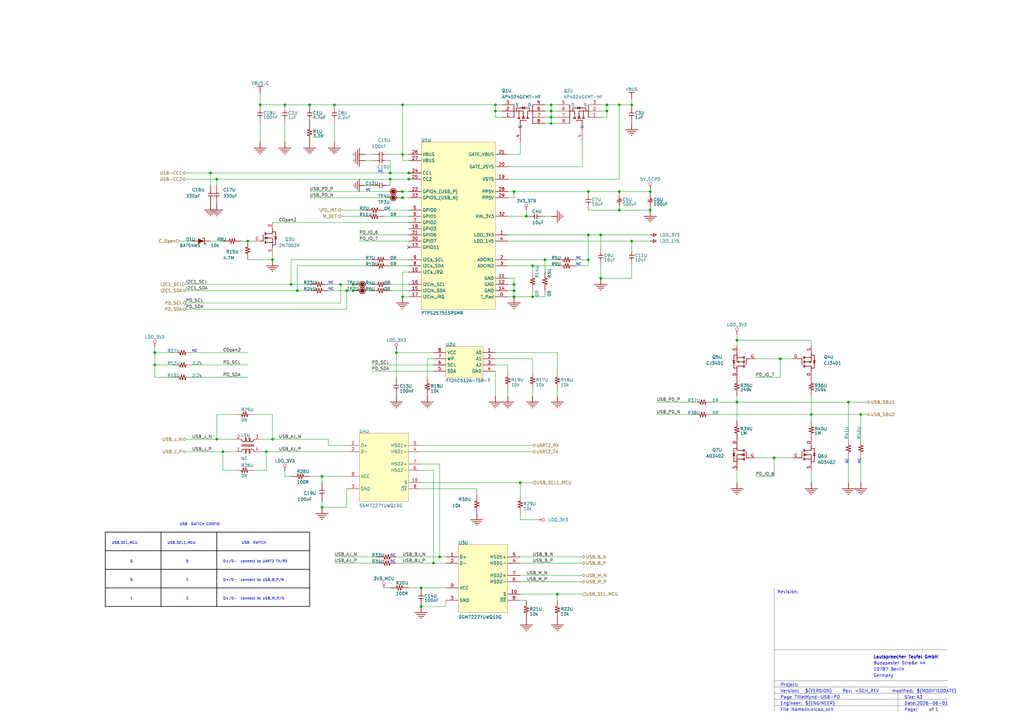
<source format=kicad_sch>
(kicad_sch (version 20231120) (generator "eeschema") (generator_version "8.0")
  (paper "A3")
  (title_block (title "Mynd-USB-PD") (rev "=SCH_REV"))
  (junction (at 63.5 144.6022))
  (junction (at 111.76 180.1622))
  (junction (at 266.7 78.5622))
  (junction (at 167.64 73.4822))
  (junction (at 144.78 119.2022))
  (junction (at 254 86.1822))
  (junction (at 226.06 45.5422))
  (junction (at 218.44 121.7422))
  (junction (at 210.82 121.7422))
  (junction (at 266.7 86.1822))
  (junction (at 172.72 241.1222))
  (junction (at 111.76 106.5022))
  (junction (at 213.36 197.9422))
  (junction (at 248.92 45.5422))
  (junction (at 165.1 43.0022))
  (junction (at 226.06 43.0022))
  (junction (at 132.08 208.1022))
  (junction (at 167.64 70.9422))
  (junction (at 165.1 81.1022))
  (junction (at 177.8 230.9622))
  (junction (at 228.6 243.6622))
  (junction (at 248.92 43.0022))
  (junction (at 162.56 144.6022))
  (junction (at 259.08 43.0022))
  (junction (at 132.08 195.4022))
  (junction (at 86.36 70.9422))
  (junction (at 160.02 73.4822))
  (junction (at 210.82 119.2022))
  (junction (at 218.44 109.0422))
  (junction (at 226.06 50.6222))
  (junction (at 302.26 139.5222))
  (junction (at 172.72 248.7422))
  (junction (at 106.68 43.0022))
  (junction (at 139.7 116.6622))
  (junction (at 165.1 63.3222))
  (junction (at 210.82 116.6622))
  (junction (at 180.34 228.4222))
  (junction (at 210.82 78.5622))
  (junction (at 109.22 185.2422))
  (junction (at 332.74 170.0022))
  (junction (at 144.78 116.6622))
  (junction (at 165.1 121.7422))
  (junction (at 241.3 106.5022))
  (junction (at 254 78.5622))
  (junction (at 160.02 70.9422))
  (junction (at 241.3 78.5622))
  (junction (at 223.52 106.5022))
  (junction (at 137.16 43.0022))
  (junction (at 226.06 48.0822))
  (junction (at 254 43.0022))
  (junction (at 165.1 78.5622))
  (junction (at 88.9 73.4822))
  (junction (at 121.92 119.2022))
  (junction (at 119.38 116.6622))
  (junction (at 116.84 43.0022))
  (junction (at 241.3 96.3422))
  (junction (at 101.6 98.8822))
  (junction (at 203.2 45.5422))
  (junction (at 127 43.0022))
  (junction (at 63.5 149.6822))
  (junction (at 88.9 180.1622))
  (junction (at 203.2 43.0022))
  (junction (at 142.24 119.2022))
  (junction (at 246.38 96.3422))
  (junction (at 347.98 164.9222))
  (junction (at 259.08 98.8822))
  (junction (at 302.26 164.9222))
  (junction (at 317.5 187.7822))
  (junction (at 320.04 147.1422))
  (junction (at 91.44 185.2422))
  (junction (at 353.06 170.0022))
  (junction (at 246.38 114.1222))
  (junction (at 215.9 88.7222))
  (no_connect (at 167.64 101.4222))
  (wire (pts (xy 154.94 228.4222) (xy 137.16 228.4222)))
  (wire (pts (xy 218.44 111.5822) (xy 218.44 109.0422)))
  (wire (pts (xy 254 73.4822) (xy 254 43.0022)))
  (wire (pts (xy 302.26 164.9222) (xy 347.98 164.9222)))
  (wire (pts (xy 332.74 139.5222) (xy 332.74 142.0622)))
  (wire (pts (xy 162.56 230.9622) (xy 177.8 230.9622)))
  (wire (pts (xy 71.12 154.7622) (xy 63.5 154.7622)))
  (wire (pts (xy 167.64 73.4822) (xy 172.72 73.4822)))
  (wire (pts (xy 104.14 192.8622) (xy 109.22 192.8622)))
  (polyline (pts (xy 43.18 241.1222) (xy 127 241.1222)) (stroke (width 0.254) (type solid) (color 0 0 0 1)))
  (wire (pts (xy 165.1 65.8622) (xy 165.1 63.3222)))
  (wire (pts (xy 76.2 70.9422) (xy 86.36 70.9422)))
  (wire (pts (xy 302.26 164.9222) (xy 302.26 172.5422)))
  (wire (pts (xy 213.36 213.1822) (xy 220.98 213.1822)))
  (wire (pts (xy 208.28 116.6622) (xy 210.82 116.6622)))
  (wire (pts (xy 226.06 48.0822) (xy 223.52 48.0822)))
  (wire (pts (xy 254 43.0022) (xy 259.08 43.0022)))
  (wire (pts (xy 218.44 109.0422) (xy 228.6 109.0422)))
  (wire (pts (xy 228.6 106.5022) (xy 223.52 106.5022)))
  (wire (pts (xy 213.36 63.3222) (xy 213.36 58.2422)))
  (wire (pts (xy 96.52 192.8622) (xy 91.44 192.8622)))
  (polyline (pts (xy 43.18 233.5022) (xy 127 233.5022)) (stroke (width 0.254) (type solid) (color 0 0 0 1)))
  (wire (pts (xy 302.26 139.5222) (xy 332.74 139.5222)))
  (wire (pts (xy 228.6 50.6222) (xy 226.06 50.6222)))
  (wire (pts (xy 246.38 45.5422) (xy 248.92 45.5422)))
  (wire (pts (xy 121.92 119.2022) (xy 121.92 109.0422)))
  (wire (pts (xy 180.34 228.4222) (xy 182.88 228.4222)))
  (wire (pts (xy 88.9 76.0222) (xy 88.9 73.4822)))
  (wire (pts (xy 228.6 45.5422) (xy 226.06 45.5422)))
  (wire (pts (xy 238.76 230.9622) (xy 213.36 230.9622)))
  (wire (pts (xy 78.74 144.6022) (xy 101.6 144.6022)))
  (wire (pts (xy 208.28 63.3222) (xy 213.36 63.3222)))
  (wire (pts (xy 149.86 86.1822) (xy 139.7 86.1822)))
  (wire (pts (xy 317.5 187.7822) (xy 317.5 195.4022)))
  (wire (pts (xy 248.92 45.5422) (xy 248.92 48.0822)))
  (wire (pts (xy 63.5 149.6822) (xy 63.5 144.6022)))
  (wire (pts (xy 167.64 63.3222) (xy 165.1 63.3222)))
  (wire (pts (xy 208.28 159.8422) (xy 208.28 162.3822)))
  (wire (pts (xy 248.92 43.0022) (xy 254 43.0022)))
  (wire (pts (xy 78.74 98.8822) (xy 73.66 98.8822)))
  (wire (pts (xy 236.22 106.5022) (xy 241.3 106.5022)))
  (wire (pts (xy 177.8 230.9622) (xy 177.8 192.8622)))
  (wire (pts (xy 167.64 241.1222) (xy 172.72 241.1222)))
  (wire (pts (xy 167.64 70.9422) (xy 172.72 70.9422)))
  (wire (pts (xy 127 116.6622) (xy 119.38 116.6622)))
  (wire (pts (xy 180.34 228.4222) (xy 180.34 190.3222)))
  (wire (pts (xy 142.24 185.2422) (xy 109.22 185.2422)))
  (wire (pts (xy 205.74 43.0022) (xy 203.2 43.0022)))
  (wire (pts (xy 208.28 152.2222) (xy 208.28 149.6822)))
  (wire (pts (xy 162.56 144.6022) (xy 162.56 154.7622)))
  (polyline (pts (xy 317.5 266.5222) (xy 388.62 266.5222)) (stroke (width 0.0254) (type solid) (color 0 0 0 1)))
  (wire (pts (xy 172.72 197.9422) (xy 213.36 197.9422)))
  (wire (pts (xy 226.06 48.0822) (xy 226.06 45.5422)))
  (wire (pts (xy 175.26 147.1422) (xy 175.26 154.7622)))
  (wire (pts (xy 88.9 180.1622) (xy 88.9 170.0022)))
  (wire (pts (xy 134.62 180.1622) (xy 111.76 180.1622)))
  (wire (pts (xy 160.02 70.9422) (xy 167.64 70.9422)))
  (wire (pts (xy 76.2 126.8222) (xy 142.24 126.8222)))
  (wire (pts (xy 226.06 43.0022) (xy 226.06 45.5422)))
  (wire (pts (xy 109.22 185.2422) (xy 106.68 185.2422)))
  (wire (pts (xy 218.44 159.8422) (xy 218.44 162.3822)))
  (wire (pts (xy 111.76 106.5022) (xy 111.76 103.9622)))
  (wire (pts (xy 302.26 136.9822) (xy 302.26 139.5222)))
  (wire (pts (xy 142.24 182.7022) (xy 134.62 182.7022)))
  (wire (pts (xy 165.1 81.1022) (xy 167.64 81.1022)))
  (wire (pts (xy 241.3 109.0422) (xy 241.3 106.5022)))
  (wire (pts (xy 132.08 195.4022) (xy 142.24 195.4022)))
  (wire (pts (xy 302.26 164.9222) (xy 302.26 162.3822)))
  (wire (pts (xy 226.06 50.6222) (xy 226.06 48.0822)))
  (wire (pts (xy 223.52 106.5022) (xy 208.28 106.5022)))
  (wire (pts (xy 121.92 119.2022) (xy 76.2 119.2022)))
  (wire (pts (xy 91.44 185.2422) (xy 76.2 185.2422)))
  (wire (pts (xy 353.06 180.1622) (xy 353.06 170.0022)))
  (wire (pts (xy 246.38 101.4222) (xy 246.38 96.3422)))
  (wire (pts (xy 106.68 43.0022) (xy 116.84 43.0022)))
  (wire (pts (xy 71.12 144.6022) (xy 63.5 144.6022)))
  (polyline (pts (xy 43.18 248.7422) (xy 127 248.7422)) (stroke (width 0.254) (type solid) (color 0 0 0 1)))
  (wire (pts (xy 332.74 170.0022) (xy 332.74 162.3822)))
  (wire (pts (xy 116.84 192.8622) (xy 116.84 195.4022)))
  (wire (pts (xy 254 78.5622) (xy 266.7 78.5622)))
  (wire (pts (xy 248.92 48.0822) (xy 246.38 48.0822)))
  (wire (pts (xy 210.82 119.2022) (xy 210.82 121.7422)))
  (wire (pts (xy 165.1 43.0022) (xy 165.1 63.3222)))
  (wire (pts (xy 99.06 98.8822) (xy 101.6 98.8822)))
  (wire (pts (xy 228.6 243.6622) (xy 213.36 243.6622)))
  (wire (pts (xy 284.48 170.0022) (xy 269.24 170.0022)))
  (wire (pts (xy 149.86 63.3222) (xy 152.4 63.3222)))
  (wire (pts (xy 104.14 170.0022) (xy 111.76 170.0022)))
  (wire (pts (xy 238.76 238.5822) (xy 213.36 238.5822)))
  (wire (pts (xy 63.5 154.7622) (xy 63.5 149.6822)))
  (wire (pts (xy 203.2 147.1422) (xy 218.44 147.1422)))
  (wire (pts (xy 259.08 43.0022) (xy 259.08 40.4622)))
  (wire (pts (xy 195.58 200.4822) (xy 172.72 200.4822)))
  (wire (pts (xy 119.38 116.6622) (xy 119.38 106.5022)))
  (wire (pts (xy 213.36 203.0222) (xy 213.36 197.9422)))
  (wire (pts (xy 226.06 45.5422) (xy 223.52 45.5422)))
  (wire (pts (xy 309.88 147.1422) (xy 320.04 147.1422)))
  (wire (pts (xy 160.02 73.4822) (xy 160.02 76.0222)))
  (polyline (pts (xy 43.18 248.7422) (xy 43.18 218.2622)) (stroke (width 0.254) (type solid) (color 0 0 0 1)))
  (wire (pts (xy 162.56 143.3322) (xy 162.56 144.6022)))
  (wire (pts (xy 144.78 119.2022) (xy 152.4 119.2022)))
  (wire (pts (xy 165.1 111.5822) (xy 165.1 121.7422)))
  (wire (pts (xy 208.28 68.4022) (xy 238.76 68.4022)))
  (wire (pts (xy 195.58 203.0222) (xy 195.58 200.4822)))
  (wire (pts (xy 309.88 187.7822) (xy 317.5 187.7822)))
  (wire (pts (xy 91.44 192.8622) (xy 91.44 185.2422)))
  (wire (pts (xy 149.86 76.0222) (xy 152.4 76.0222)))
  (wire (pts (xy 208.28 96.3422) (xy 241.3 96.3422)))
  (wire (pts (xy 228.6 144.6022) (xy 228.6 152.2222)))
  (wire (pts (xy 96.52 185.2422) (xy 91.44 185.2422)))
  (wire (pts (xy 223.52 88.7222) (xy 226.06 88.7222)))
  (wire (pts (xy 332.74 170.0022) (xy 353.06 170.0022)))
  (wire (pts (xy 205.74 48.0822) (xy 203.2 48.0822)))
  (wire (pts (xy 246.38 114.1222) (xy 259.08 114.1222)))
  (wire (pts (xy 332.74 197.9422) (xy 332.74 192.8622)))
  (wire (pts (xy 203.2 45.5422) (xy 203.2 43.0022)))
  (polyline (pts (xy 66.04 248.7422) (xy 66.04 218.2622)) (stroke (width 0.254) (type solid) (color 0 0 0 1)))
  (wire (pts (xy 210.82 121.7422) (xy 218.44 121.7422)))
  (wire (pts (xy 205.74 45.5422) (xy 203.2 45.5422)))
  (wire (pts (xy 78.74 154.7622) (xy 101.6 154.7622)))
  (wire (pts (xy 149.86 65.8622) (xy 152.4 65.8622)))
  (wire (pts (xy 203.2 152.2222) (xy 203.2 162.3822)))
  (wire (pts (xy 167.64 91.2622) (xy 111.76 91.2622)))
  (wire (pts (xy 167.64 98.8822) (xy 147.32 98.8822)))
  (wire (pts (xy 347.98 197.9422) (xy 347.98 187.7822)))
  (polyline (pts (xy 317.5 286.8422) (xy 388.62 286.8422)) (stroke (width 0.0254) (type solid) (color 0 0 0 1)))
  (wire (pts (xy 177.8 192.8622) (xy 172.72 192.8622)))
  (wire (pts (xy 167.64 111.5822) (xy 165.1 111.5822)))
  (wire (pts (xy 137.16 58.2422) (xy 137.16 50.6222)))
  (wire (pts (xy 228.6 246.2022) (xy 228.6 243.6622)))
  (wire (pts (xy 254 86.1822) (xy 266.7 86.1822)))
  (wire (pts (xy 160.02 106.5022) (xy 167.64 106.5022)))
  (wire (pts (xy 142.24 200.4822) (xy 142.24 208.1022)))
  (wire (pts (xy 160.02 73.4822) (xy 167.64 73.4822)))
  (wire (pts (xy 116.84 195.4022) (xy 119.38 195.4022)))
  (wire (pts (xy 238.76 243.6622) (xy 228.6 243.6622)))
  (wire (pts (xy 246.38 109.0422) (xy 246.38 114.1222)))
  (wire (pts (xy 172.72 241.1222) (xy 182.88 241.1222)))
  (wire (pts (xy 116.84 43.0022) (xy 127 43.0022)))
  (wire (pts (xy 182.88 246.2022) (xy 182.88 248.7422)))
  (wire (pts (xy 96.52 180.1622) (xy 88.9 180.1622)))
  (wire (pts (xy 223.52 121.7422) (xy 223.52 119.2022)))
  (wire (pts (xy 203.2 48.0822) (xy 203.2 45.5422)))
  (wire (pts (xy 134.62 116.6622) (xy 139.7 116.6622)))
  (wire (pts (xy 157.48 86.1822) (xy 167.64 86.1822)))
  (wire (pts (xy 167.64 96.3422) (xy 147.32 96.3422)))
  (wire (pts (xy 154.94 230.9622) (xy 137.16 230.9622)))
  (wire (pts (xy 116.84 58.2422) (xy 116.84 50.6222)))
  (polyline (pts (xy 317.5 266.5222) (xy 317.5 241.1222)) (stroke (width 0.0254) (type solid) (color 0 0 0 1)))
  (wire (pts (xy 127 119.2022) (xy 121.92 119.2022)))
  (polyline (pts (xy 317.5 291.9222) (xy 317.5 266.5222)) (stroke (width 0.0254) (type solid) (color 0 0 0 1)))
  (wire (pts (xy 127 43.0022) (xy 137.16 43.0022)))
  (wire (pts (xy 160.02 109.0422) (xy 167.64 109.0422)))
  (wire (pts (xy 71.12 149.6822) (xy 63.5 149.6822)))
  (wire (pts (xy 353.06 170.0022) (xy 355.6 170.0022)))
  (wire (pts (xy 241.3 106.5022) (xy 241.3 96.3422)))
  (wire (pts (xy 121.92 109.0422) (xy 152.4 109.0422)))
  (wire (pts (xy 353.06 197.9422) (xy 353.06 187.7822)))
  (wire (pts (xy 132.08 208.1022) (xy 132.08 205.5622)))
  (wire (pts (xy 332.74 172.5422) (xy 332.74 170.0022)))
  (wire (pts (xy 266.7 77.2922) (xy 266.7 78.5622)))
  (wire (pts (xy 284.48 164.9222) (xy 269.24 164.9222)))
  (wire (pts (xy 144.78 116.6622) (xy 139.7 116.6622)))
  (wire (pts (xy 215.9 88.7222) (xy 208.28 88.7222)))
  (wire (pts (xy 317.5 195.4022) (xy 309.88 195.4022)))
  (wire (pts (xy 134.62 119.2022) (xy 142.24 119.2022)))
  (wire (pts (xy 88.9 73.4822) (xy 160.02 73.4822)))
  (wire (pts (xy 208.28 109.0422) (xy 218.44 109.0422)))
  (wire (pts (xy 246.38 96.3422) (xy 266.7 96.3422)))
  (wire (pts (xy 320.04 147.1422) (xy 325.12 147.1422)))
  (wire (pts (xy 223.52 111.5822) (xy 223.52 106.5022)))
  (wire (pts (xy 241.3 86.1822) (xy 254 86.1822)))
  (wire (pts (xy 144.78 116.6622) (xy 152.4 116.6622)))
  (polyline (pts (xy 43.18 225.8822) (xy 127 225.8822)) (stroke (width 0.254) (type solid) (color 0 0 0 1)))
  (wire (pts (xy 226.06 43.0022) (xy 228.6 43.0022)))
  (wire (pts (xy 203.2 43.0022) (xy 165.1 43.0022)))
  (wire (pts (xy 228.6 48.0822) (xy 226.06 48.0822)))
  (wire (pts (xy 208.28 73.4822) (xy 254 73.4822)))
  (wire (pts (xy 76.2 116.6622) (xy 119.38 116.6622)))
  (wire (pts (xy 208.28 81.1022) (xy 210.82 81.1022)))
  (wire (pts (xy 127 195.4022) (xy 132.08 195.4022)))
  (wire (pts (xy 226.06 50.6222) (xy 223.52 50.6222)))
  (wire (pts (xy 132.08 195.4022) (xy 132.08 197.9422)))
  (wire (pts (xy 177.8 147.1422) (xy 175.26 147.1422)))
  (wire (pts (xy 76.2 73.4822) (xy 88.9 73.4822)))
  (polyline (pts (xy 368.3 291.9222) (xy 368.3 284.3022)) (stroke (width 0.0254) (type solid) (color 0 0 0 1)))
  (wire (pts (xy 165.1 121.7422) (xy 167.64 121.7422)))
  (polyline (pts (xy 127 248.7422) (xy 127 218.2622)) (stroke (width 0.254) (type solid) (color 0 0 0 1)))
  (wire (pts (xy 218.44 147.1422) (xy 218.44 152.2222)))
  (wire (pts (xy 165.1 63.3222) (xy 160.02 63.3222)))
  (wire (pts (xy 347.98 180.1622) (xy 347.98 164.9222)))
  (wire (pts (xy 213.36 210.6422) (xy 213.36 213.1822)))
  (wire (pts (xy 208.28 98.8822) (xy 259.08 98.8822)))
  (polyline (pts (xy 317.5 281.7622) (xy 388.62 281.7622)) (stroke (width 0.0254) (type solid) (color 0 0 0 1)))
  (wire (pts (xy 320.04 154.7622) (xy 309.88 154.7622)))
  (wire (pts (xy 134.62 182.7022) (xy 134.62 180.1622)))
  (wire (pts (xy 347.98 164.9222) (xy 355.6 164.9222)))
  (wire (pts (xy 162.56 228.4222) (xy 180.34 228.4222)))
  (wire (pts (xy 177.8 230.9622) (xy 182.88 230.9622)))
  (wire (pts (xy 167.64 116.6622) (xy 160.02 116.6622)))
  (wire (pts (xy 241.3 78.5622) (xy 254 78.5622)))
  (wire (pts (xy 142.24 119.2022) (xy 144.78 119.2022)))
  (wire (pts (xy 127 78.5622) (xy 165.1 78.5622)))
  (wire (pts (xy 218.44 121.7422) (xy 218.44 119.2022)))
  (wire (pts (xy 208.28 149.6822) (xy 203.2 149.6822)))
  (wire (pts (xy 78.74 149.6822) (xy 101.6 149.6822)))
  (wire (pts (xy 259.08 114.1222) (xy 259.08 109.0422)))
  (wire (pts (xy 160.02 70.9422) (xy 160.02 65.8622)))
  (wire (pts (xy 177.8 152.2222) (xy 152.4 152.2222)))
  (wire (pts (xy 292.1 170.0022) (xy 332.74 170.0022)))
  (wire (pts (xy 203.2 144.6022) (xy 228.6 144.6022)))
  (wire (pts (xy 238.76 236.0422) (xy 213.36 236.0422)))
  (wire (pts (xy 142.24 126.8222) (xy 142.24 119.2022)))
  (wire (pts (xy 302.26 139.5222) (xy 302.26 142.0622)))
  (wire (pts (xy 215.9 86.1822) (xy 215.9 88.7222)))
  (wire (pts (xy 241.3 96.3422) (xy 246.38 96.3422)))
  (wire (pts (xy 139.7 116.6622) (xy 139.7 124.2822)))
  (wire (pts (xy 111.76 180.1622) (xy 106.68 180.1622)))
  (wire (pts (xy 210.82 121.7422) (xy 208.28 121.7422)))
  (wire (pts (xy 167.64 65.8622) (xy 165.1 65.8622)))
  (wire (pts (xy 210.82 78.5622) (xy 241.3 78.5622)))
  (polyline (pts (xy 43.18 218.2622) (xy 127 218.2622)) (stroke (width 0.254) (type solid) (color 0 0 0 1)))
  (wire (pts (xy 109.22 192.8622) (xy 109.22 185.2422)))
  (wire (pts (xy 142.24 208.1022) (xy 132.08 208.1022)))
  (wire (pts (xy 157.48 241.1222) (xy 160.02 241.1222)))
  (wire (pts (xy 172.72 182.7022) (xy 218.44 182.7022)))
  (wire (pts (xy 218.44 121.7422) (xy 223.52 121.7422)))
  (wire (pts (xy 236.22 109.0422) (xy 241.3 109.0422)))
  (polyline (pts (xy 317.5 279.2222) (xy 388.62 279.2222)) (stroke (width 0.0254) (type solid) (color 0 0 0 1)))
  (wire (pts (xy 111.76 106.5022) (xy 101.6 106.5022)))
  (wire (pts (xy 86.36 70.9422) (xy 160.02 70.9422)))
  (polyline (pts (xy 317.5 284.3022) (xy 388.62 284.3022)) (stroke (width 0.0254) (type solid) (color 0 0 0 1)))
  (wire (pts (xy 177.8 149.6822) (xy 152.4 149.6822)))
  (wire (pts (xy 157.48 88.7222) (xy 167.64 88.7222)))
  (wire (pts (xy 177.8 144.6022) (xy 162.56 144.6022)))
  (wire (pts (xy 238.76 228.4222) (xy 213.36 228.4222)))
  (wire (pts (xy 182.88 248.7422) (xy 172.72 248.7422)))
  (wire (pts (xy 101.6 98.8822) (xy 104.14 98.8822)))
  (wire (pts (xy 223.52 43.0022) (xy 226.06 43.0022)))
  (wire (pts (xy 246.38 43.0022) (xy 248.92 43.0022)))
  (wire (pts (xy 208.28 114.1222) (xy 210.82 114.1222)))
  (wire (pts (xy 238.76 68.4022) (xy 238.76 58.2422)))
  (wire (pts (xy 228.6 159.8422) (xy 228.6 162.3822)))
  (wire (pts (xy 106.68 58.2422) (xy 106.68 50.6222)))
  (wire (pts (xy 88.9 180.1622) (xy 76.2 180.1622)))
  (wire (pts (xy 139.7 88.7222) (xy 149.86 88.7222)))
  (wire (pts (xy 320.04 147.1422) (xy 320.04 154.7622)))
  (wire (pts (xy 292.1 164.9222) (xy 302.26 164.9222)))
  (polyline (pts (xy 317.5 289.3822) (xy 388.62 289.3822)) (stroke (width 0.0254) (type solid) (color 0 0 0 1)))
  (wire (pts (xy 213.36 246.2022) (xy 215.9 246.2022)))
  (wire (pts (xy 210.82 81.1022) (xy 210.82 78.5622)))
  (wire (pts (xy 259.08 101.4222) (xy 259.08 98.8822)))
  (wire (pts (xy 111.76 170.0022) (xy 111.76 180.1622)))
  (wire (pts (xy 88.9 170.0022) (xy 96.52 170.0022)))
  (wire (pts (xy 86.36 76.0222) (xy 86.36 70.9422)))
  (wire (pts (xy 119.38 106.5022) (xy 152.4 106.5022)))
  (wire (pts (xy 259.08 98.8822) (xy 266.7 98.8822)))
  (wire (pts (xy 213.36 197.9422) (xy 218.44 197.9422)))
  (wire (pts (xy 208.28 78.5622) (xy 210.82 78.5622)))
  (wire (pts (xy 63.5 144.6022) (xy 63.5 142.0622)))
  (polyline (pts (xy 88.9 248.7422) (xy 88.9 218.2622)) (stroke (width 0.254) (type solid) (color 0 0 0 1)))
  (wire (pts (xy 160.02 119.2022) (xy 167.64 119.2022)))
  (wire (pts (xy 127 81.1022) (xy 165.1 81.1022)))
  (wire (pts (xy 167.64 78.5622) (xy 165.1 78.5622)))
  (wire (pts (xy 317.5 187.7822) (xy 325.12 187.7822)))
  (wire (pts (xy 180.34 190.3222) (xy 172.72 190.3222)))
  (wire (pts (xy 208.28 119.2022) (xy 210.82 119.2022)))
  (wire (pts (xy 210.82 114.1222) (xy 210.82 116.6622)))
  (wire (pts (xy 172.72 185.2422) (xy 218.44 185.2422)))
  (wire (pts (xy 210.82 116.6622) (xy 210.82 119.2022)))
  (wire (pts (xy 91.44 98.8822) (xy 86.36 98.8822)))
  (wire (pts (xy 139.7 124.2822) (xy 76.2 124.2822)))
  (wire (pts (xy 302.26 197.9422) (xy 302.26 192.8622)))
  (wire (pts (xy 106.68 37.9222) (xy 106.68 43.0022)))
  (wire (pts (xy 248.92 43.0022) (xy 248.92 45.5422)))
  (wire (pts (xy 137.16 43.0022) (xy 165.1 43.0022)))
  (text "NC" (at 134.62 119.2022 0) (effects (font (size 1.016 1.016)) (justify left bottom)))
  (text "${REVISION}" (at 350.52 284.3022 0) (effects (font (size 1.27 1.27)) (justify left bottom)))
  (text "D+/D-  connect to USB_M_P/N" (at 91.44 246.2022 0) (effects (font (size 1.016 1.016)) (justify left bottom)))
  (text "NC" (at 236.22 109.0422 0) (effects (font (size 1.016 1.016)) (justify left bottom)))
  (text "File Name:" (at 320.04 291.9222 0) (effects (font (size 1.27 1.27)) (justify left bottom)))
  (text "0" (at 53.34 230.9622 0) (effects (font (size 1.016 1.016)) (justify left bottom)))
  (text "Version:" (at 320.04 284.3022 0) (effects (font (size 1.27 1.27)) (justify left bottom)))
  (text "0" (at 53.34 238.5822 0) (effects (font (size 1.016 1.016)) (justify left bottom)))
  (text "Germany" (at 358.14 277.9522 0) (effects (font (size 1.27 1.27) (italic yes)) (justify left bottom)))
  (text "Size:" (at 370.84 286.8422 0) (effects (font (size 1.27 1.27)) (justify left bottom)))
  (text "NC" (at 160.02 230.9622 0) (effects (font (size 1.016 1.016)) (justify left bottom)))
  (text "${PROJECTNAME}" (at 330.2 281.7622 0) (effects (font (size 1.27 1.27)) (justify left bottom)))
  (text "NC" (at 353.06 190.3222 90) (effects (font (size 1.016 1.016)) (justify left bottom)))
  (text "D+/D-  connect to USB_B_P/N" (at 91.44 238.5822 0) (effects (font (size 1.016 1.016)) (justify left bottom)))
  (text "1" (at 76.2 246.2022 0) (effects (font (size 1.016 1.016)) (justify left bottom)))
  (text "Engineer:" (at 320.04 289.3822 0) (effects (font (size 1.27 1.27)) (justify left bottom)))
  (text "Page:" (at 370.84 291.9222 0) (effects (font (size 1.27 1.27)) (justify left bottom)))
  (text "Project:" (at 320.04 281.7622 0) (effects (font (size 1.27 1.27)) (justify left bottom)))
  (text "NC" (at 154.94 70.9422 0) (effects (font (size 1.016 1.016)) (justify left bottom)))
  (text "NC" (at 160.02 228.4222 0) (effects (font (size 1.016 1.016)) (justify left bottom)))
  (text "USB  SWITCH CONFIG" (at 73.66 215.7222 0) (effects (font (size 1.016 1.016)) (justify left bottom)))
  (text "Date:" (at 370.84 289.3822 0) (effects (font (size 1.27 1.27)) (justify left bottom)))
  (text "1" (at 53.34 246.2022 0) (effects (font (size 1.016 1.016)) (justify left bottom)))
  (text "of" (at 381 291.9222 0) (effects (font (size 1.27 1.27)) (justify left bottom)))
  (text "Page Title:" (at 320.04 286.8422 0) (effects (font (size 1.27 1.27)) (justify left bottom)))
  (text "${ENGINEER}" (at 330.2 289.3822 0) (effects (font (size 1.27 1.27)) (justify left bottom)))
  (text "D+/D-  connect to UART2 TX/RX" (at 91.44 230.9622 0) (effects (font (size 1.016 1.016)) (justify left bottom)))
  (text "NC" (at 78.74 144.6022 0) (effects (font (size 1.016 1.016)) (justify left bottom)))
  (text "${#}" (at 378.46 291.9222 0) (effects (font (size 1.27 1.27)) (justify left bottom)))
  (text "A3" (at 375.92 286.8422 0) (effects (font (size 1.27 1.27)) (justify left bottom)))
  (text "NC" (at 149.86 78.5622 0) (effects (font (size 1.016 1.016)) (justify left bottom)))
  (text "NC" (at 347.98 190.3222 90) (effects (font (size 1.016 1.016)) (justify left bottom)))
  (text "${TITLE}" (at 330.2 286.8422 0) (effects (font (size 1.27 1.27)) (justify left bottom)))
  (text "modified:" (at 365.76 284.3022 0) (effects (font (size 1.27 1.27)) (justify left bottom)))
  (text "Rev:" (at 345.44 284.3022 0) (effects (font (size 1.27 1.27)) (justify left bottom)))
  (text "NC" (at 134.62 116.6622 0) (effects (font (size 1.016 1.016)) (justify left bottom)))
  (text "${##}" (at 383.54 291.9222 0) (effects (font (size 1.27 1.27)) (justify left bottom)))
  (text "1" (at 76.2 238.5822 0) (effects (font (size 1.016 1.016)) (justify left bottom)))
  (text "USB  SWITCH" (at 99.06 223.3422 0) (effects (font (size 1.016 1.016)) (justify left bottom)))
  (text "${VERSION}" (at 330.2 284.3022 0) (effects (font (size 1.27 1.27)) (justify left bottom)))
  (text "10787 Berlin" (at 358.14 275.4122 0) (effects (font (size 1.27 1.27) (italic yes)) (justify left bottom)))
  (text "USB_SEL1_MCU" (at 68.58 223.3422 0) (effects (font (size 1.016 1.016)) (justify left bottom)))
  (text "0" (at 76.2 230.9622 0) (effects (font (size 1.016 1.016)) (justify left bottom)))
  (text "Revision:" (at 318.77 243.6622 0) (effects (font (size 1.27 1.27)) (justify left bottom)))
  (text "USB_SEL_MCU" (at 45.72 223.3422 0) (effects (font (size 1.016 1.016)) (justify left bottom)))
  (text "${CURRENT_DATE}" (at 375.92 289.3822 0) (effects (font (size 1.27 1.27)) (justify left bottom)))
  (text "${FILENAME}" (at 330.2 291.9222 0) (effects (font (size 1.27 1.27)) (justify left bottom)))
  (text "Budapester Straße 44" (at 358.14 272.8722 0) (effects (font (size 1.27 1.27) (italic yes)) (justify left bottom)))
  (text "NC" (at 236.22 106.5022 0) (effects (font (size 1.016 1.016)) (justify left bottom)))
  (text "Lautspreecher Teufel GmbH" (at 358.14 270.3322 0) (effects (font (size 1.27 1.27) (thickness 0.254) (bold yes)) (justify left bottom)))
  (text "${MODIFIEDDATE}" (at 375.92 284.3022 0) (effects (font (size 1.27 1.27)) (justify left bottom)))
  (label "USB_PD_P" (at 269.24 164.9222 0))
  (label "USB_AJ_N" (at 114.3 180.1622 0))
  (label "PD_IO_6" (at 147.32 96.3422 0))
  (label "PD_SDA" (at 152.4 152.2222 0))
  (label "USB_M_N" (at 215.9 236.0422 0))
  (label "PD_IO_6" (at 309.88 195.4022 0))
  (label "I2C1_SDA" (at 76.2 119.2022 0))
  (label "USB_AJ_N" (at 137.16 228.4222 0))
  (label "USB_J_P" (at 78.74 185.2422 0))
  (label "USB_PD_N" (at 127 81.1022 0))
  (label "USB_M_P" (at 215.9 238.5822 0))
  (label "PD_SDA" (at 76.2 126.8222 0))
  (label "PD_IO_7" (at 147.32 98.8822 0))
  (label "USB_BJ_P" (at 165.1 230.9622 0))
  (label "USB_BJ_N" (at 165.1 228.4222 0))
  (label "USB_B_P" (at 218.44 230.9622 0))
  (label "USB_PD_N" (at 269.24 170.0022 0))
  (label "USB_AJ_P" (at 137.16 230.9622 0))
  (label "USB_B_N" (at 218.44 228.4222 0))
  (label "USB_J_N" (at 78.74 180.1622 0))
  (label "PD_SDA" (at 91.44 154.7622 0))
  (label "PD_IO_7" (at 309.88 154.7622 0))
  (label "USB_PD_P" (at 127 78.5622 0))
  (label "COpen2" (at 91.44 144.6022 0))
  (label "PD_SCL" (at 152.4 149.6822 0))
  (label "COpen2" (at 114.3 91.2622 0))
  (label "I2C1_SCL" (at 76.2 116.6622 0))
  (label "PD_SCL" (at 91.44 149.6822 0))
  (label "USB_AJ_P" (at 114.3 185.2422 0))
  (label "PD_SCL" (at 76.2 124.2822 0))
  (hierarchical_label "USB_SBU2" (shape bidirectional) (at 355.6 170.0022 0))
  (hierarchical_label "USB_J_P" (shape bidirectional) (at 76.2 185.2422 180))
  (hierarchical_label "UART2_TX" (shape bidirectional) (at 218.44 185.2422 0))
  (hierarchical_label "USB_SBU1" (shape bidirectional) (at 355.6 164.9222 0))
  (hierarchical_label "USB_B_N" (shape bidirectional) (at 238.76 228.4222 0))
  (hierarchical_label "USB-CC2" (shape bidirectional) (at 76.2 73.4822 180))
  (hierarchical_label "\\PD_INT" (shape output) (at 139.7 86.1822 180))
  (hierarchical_label "USB_SEL_MCU" (shape input) (at 238.76 243.6622 0))
  (hierarchical_label "USB_M_P" (shape bidirectional) (at 238.76 238.5822 0))
  (hierarchical_label "I2C1_SCL" (shape input) (at 76.2 116.6622 180))
  (hierarchical_label "C_Open" (shape input) (at 73.66 98.8822 180))
  (hierarchical_label "M_DET" (shape output) (at 139.7 88.7222 180))
  (hierarchical_label "UART2_RX" (shape bidirectional) (at 218.44 182.7022 0))
  (hierarchical_label "USB_B_P" (shape bidirectional) (at 238.76 230.9622 0))
  (hierarchical_label "USB-CC1" (shape bidirectional) (at 76.2 70.9422 180))
  (hierarchical_label "PD_SCL" (shape output) (at 76.2 124.2822 180))
  (hierarchical_label "USB_J_N" (shape bidirectional) (at 76.2 180.1622 180))
  (hierarchical_label "USB_M_N" (shape bidirectional) (at 238.76 236.0422 0))
  (hierarchical_label "USB_SEL1_MCU" (shape input) (at 218.44 197.9422 0))
  (hierarchical_label "I2C1_SDA" (shape bidirectional) (at 76.2 119.2022 180))
  (hierarchical_label "PD_SDA" (shape bidirectional) (at 76.2 126.8222 180))
  (symbol (lib_id "Mynd_Main-altium-import:U_USB_2_CAP1") (at 223.52 88.7222 0) (unit 1)
    (property "Reference" "C4U" (at 218.186 87.4522 0) (effects (justify left bottom)))
    (property "Value" "${ALTIUM_VALUE}" (at 218.186 92.0242 0) (effects (justify left bottom)))
    (property "Footprint" "C0805_145" (effects (hide yes)))
    (property "Description" "PSHF SMD M CAP 10uF 16V ±10% 0805 X7R" (effects (hide yes)))
    (property "MANUFACTURER" "Multi Sourced" (effects (hide yes)))
    (property "TOLERANCE" "±10%" (effects (hide yes)))
    (property "TEMPERATURERANGE" "X7R" (effects (hide yes)))
    (property "ALTIUM_VALUE" "10uF" (effects (hide yes)))
    (property "PART_NUMBER" "Generic" (effects (hide yes)))
    (property "PART_TYPE" "Capacitor ceramic SMT" (effects (hide yes)))
    (property "TEMP_COEFFICIENT" "X7R" (effects (hide yes)))
    (property "VOLTAGE" "16V" (effects (hide yes)))
  )
  (symbol (lib_id "Mynd_Main-altium-import:GND_POWER_GROUND") (at 259.08 50.6222 0) (unit 1)
    (property "Reference" "#PWR?" (effects (hide yes)))
    (property "Value" "GND" (effects (hide yes)))
  )
  (symbol (lib_id "Mynd_Main-altium-import:U_USB_0_TP") (at 144.78 116.6622 0) (unit 1)
    (property "Reference" "TP1U" (at 142.24 116.6622 0) (effects (justify left bottom)))
    (property "Value" "TP_T_60_40" (effects (hide yes)))
    (property "Footprint" "TP_T_60_40" (effects (hide yes)))
    (property "Description" "Test Point" (effects (hide yes)))
    (property "DESIGN ITEM ID" "TP" (effects (hide yes)))
  )
  (symbol (lib_id "Mynd_Main-altium-import:LDO_3V3_CIRCLE") (at 116.84 192.8622 180) (unit 1)
    (property "Reference" "#PWR?" (effects (hide yes)))
    (property "Value" "LDO_3V3" (at 116.84 189.0522 0))
  )
  (symbol (lib_id "Mynd_Main-altium-import:GND_POWER_GROUND") (at 172.72 248.7422 0) (unit 1)
    (property "Reference" "#PWR?" (effects (hide yes)))
    (property "Value" "GND" (effects (hide yes)))
  )
  (symbol (lib_id "Mynd_Main-altium-import:VBUS_BAR") (at 259.08 40.4622 180) (unit 1)
    (property "Reference" "#PWR?" (effects (hide yes)))
    (property "Value" "VBUS" (at 259.08 36.6522 0))
  )
  (symbol (lib_id "Mynd_Main-altium-import:3V3_STB_CIRCLE") (at 215.9 86.1822 180) (unit 1)
    (property "Reference" "#PWR?" (effects (hide yes)))
    (property "Value" "3V3_STB" (at 215.9 82.3722 0))
  )
  (symbol (lib_id "Mynd_Main-altium-import:U_USB_2_mirrored_RES1") (at 149.86 86.1822 0) (unit 1)
    (property "Reference" "R2U" (at 147.32 86.1822 0) (effects (justify left bottom)))
    (property "Value" "${ALTIUM_VALUE}" (at 157.48 86.1822 0) (effects (justify left bottom)))
    (property "Footprint" "R0603" (effects (hide yes)))
    (property "Description" "PS SMD RES. 0OHM 1/10W 5% 0603" (effects (hide yes)))
    (property "TOLERANCE" "1%" (effects (hide yes)))
    (property "PART_TYPE" "Resistor SMT" (effects (hide yes)))
    (property "ALTIUM_VALUE" "0R" (effects (hide yes)))
    (property "MANUFACTURER" "Multi-Sourced" (effects (hide yes)))
    (property "PART_NUMBER" "Generic" (effects (hide yes)))
    (property "TEMP_COEFFICIENT" "150ppm" (effects (hide yes)))
    (property "WATTAGE" "1/10W" (effects (hide yes)))
  )
  (symbol (lib_id "Mynd_Main-altium-import:U_USB_3_CAP1") (at 116.84 43.0022 0) (unit 1)
    (property "Reference" "C2U" (at 118.11 47.0662 0) (effects (justify left bottom)))
    (property "Value" "${ALTIUM_VALUE}" (at 118.11 48.8442 0) (effects (justify left bottom)))
    (property "Footprint" "C0805_145" (effects (hide yes)))
    (property "Description" "PSHF SMD M CAP 1uF 50V ±10% 0805 X7R" (effects (hide yes)))
    (property "MANUFACTURER" "Multi Sourced" (effects (hide yes)))
    (property "TOLERANCE" "±10%" (effects (hide yes)))
    (property "TEMPERATURERANGE" "X7R" (effects (hide yes)))
    (property "ALTIUM_VALUE" "1uF" (effects (hide yes)))
    (property "PART_NUMBER" "Generic" (effects (hide yes)))
    (property "PART_TYPE" "Capacitor ceramic SMT" (effects (hide yes)))
    (property "TEMP_COEFFICIENT" "X7R" (effects (hide yes)))
    (property "VOLTAGE" "50V" (effects (hide yes)))
  )
  (symbol (lib_id "Mynd_Main-altium-import:GND_POWER_GROUND") (at 149.86 65.8622 270) (unit 1)
    (property "Reference" "#PWR?" (effects (hide yes)))
    (property "Value" "GND" (effects (hide yes)))
  )
  (symbol (lib_id "Mynd_Main-altium-import:GND_POWER_GROUND") (at 246.38 114.1222 0) (unit 1)
    (property "Reference" "#PWR?" (effects (hide yes)))
    (property "Value" "GND" (effects (hide yes)))
  )
  (symbol (lib_id "Mynd_Main-altium-import:U_USB_2_mirrored_RES1") (at 91.44 98.8822 0) (unit 1)
    (property "Reference" "R8U" (at 88.9 98.8822 0) (effects (justify left bottom)))
    (property "Value" "${ALTIUM_VALUE}" (at 86.36 101.4222 0) (effects (justify left bottom)))
    (property "Footprint" "R0603" (effects (hide yes)))
    (property "Description" "GPHF SMD RES. 10KOHM 1/10W 5% 0603" (effects (hide yes)))
    (property "TOLERANCE" "5%" (effects (hide yes)))
    (property "MANUFACTURER" "Multi-Sourced" (effects (hide yes)))
    (property "WATTAGE" "1/10W" (effects (hide yes)))
    (property "ALTIUM_VALUE" "10k" (effects (hide yes)))
    (property "PART_NUMBER" "Generic" (effects (hide yes)))
    (property "PART_TYPE" "Resistor SMT" (effects (hide yes)))
    (property "TEMP_COEFFICIENT" "150ppm" (effects (hide yes)))
  )
  (symbol (lib_id "Mynd_Main-altium-import:U_USB_0_RES1") (at 154.94 228.4222 0) (unit 1)
    (property "Reference" "R33U" (at 152.4 228.4222 0) (effects (justify left bottom)))
    (property "Value" "${ALTIUM_VALUE}" (effects (hide yes)))
    (property "Footprint" "R0603" (effects (hide yes)))
    (property "Description" "GPHF SMD RES. 0OHM 1/10W 5% 0603" (effects (hide yes)))
    (property "MANUFACTURER" "Multi-Sourced" (effects (hide yes)))
    (property "TOLERANCE" "5%" (effects (hide yes)))
    (property "WATTAGE" "1/10W" (effects (hide yes)))
    (property "ALTIUM_VALUE" "0R" (effects (hide yes)))
    (property "PART_NUMBER" "Generic" (effects (hide yes)))
    (property "PART_TYPE" "Resistor SMT" (effects (hide yes)))
    (property "TEMP_COEFFICIENT" "150ppm" (effects (hide yes)))
  )
  (symbol (lib_id "Mynd_Main-altium-import:U_USB_0_mirrored_RES1") (at 157.48 88.7222 0) (unit 1)
    (property "Reference" "R11U" (at 147.32 88.7222 0) (effects (justify left bottom)))
    (property "Value" "${ALTIUM_VALUE}" (at 160.02 88.7222 0) (effects (justify left bottom)))
    (property "Footprint" "R0603" (effects (hide yes)))
    (property "Description" "PS SMD RES. 0OHM 1/10W 5% 0603" (effects (hide yes)))
    (property "TOLERANCE" "1%" (effects (hide yes)))
    (property "PART_TYPE" "Resistor SMT" (effects (hide yes)))
    (property "ALTIUM_VALUE" "0R" (effects (hide yes)))
    (property "MANUFACTURER" "Multi-Sourced" (effects (hide yes)))
    (property "PART_NUMBER" "Generic" (effects (hide yes)))
    (property "TEMP_COEFFICIENT" "150ppm" (effects (hide yes)))
    (property "WATTAGE" "1/10W" (effects (hide yes)))
  )
  (symbol (lib_id "Mynd_Main-altium-import:GND_POWER_GROUND") (at 302.26 197.9422 0) (unit 1)
    (property "Reference" "#PWR?" (effects (hide yes)))
    (property "Value" "GND" (effects (hide yes)))
  )
  (symbol (lib_id "Mynd_Main-altium-import:U_USB_0_N-MOS1") (at 327.66 185.2422 0) (unit 1)
    (property "Reference" "Q6U" (at 335.28 187.7822 0) (effects (justify left bottom)))
    (property "Value" "${ALTIUM_VALUE}" (at 335.28 190.3222 0) (effects (justify left bottom)))
    (property "Footprint" "SOT23_16_GSD" (effects (hide yes)))
    (property "Description" "GP FET 3P AO3402 SOT23 ALPHA 30V/4A" (effects (hide yes)))
    (property "CURRENT" "4A" (effects (hide yes)))
    (property "MANUFACTURER" "AOS" (effects (hide yes)))
    (property "VOLTAGE" "30V" (effects (hide yes)))
    (property "ALTIUM_VALUE" "${PART_NUMBER}" (effects (hide yes)))
    (property "PART_NUMBER" "AO3402" (effects (hide yes)))
    (property "PART_TYPE" "Semiconductor Transistor SMT" (effects (hide yes)))
  )
  (symbol (lib_id "Mynd_Main-altium-import:U_USB_0_TPS25750S") (at 172.72 58.2422 0) (unit 1)
    (property "Reference" "U1U" (at 172.72 58.2422 0) (effects (justify left bottom)))
    (property "Value" "${ALTIUM_VALUE}" (at 172.72 129.1082 0) (effects (justify left bottom)))
    (property "Footprint" "QFN32_400X400X80_40_P280X280_A" (effects (hide yes)))
    (property "Description" "SMD IC 32P VQFN PTPS25751SRSMR TI" (effects (hide yes)))
    (property "MANUFACTURER" "TI" (effects (hide yes)))
    (property "ALTIUM_VALUE" "${PART_NUMBER}" (effects (hide yes)))
    (property "PART_NUMBER" "PTPS25751SRSMR" (effects (hide yes)))
    (property "PART_TYPE" "Semiconductor Integrated Circuit SMT" (effects (hide yes)))
  )
  (symbol (lib_id "Mynd_Main-altium-import:U_USB_1_mirrored_N-MOS2_8Pin") (at 218.44 50.6222 0) (unit 1)
    (property "Reference" "Q1U" (at 205.74 37.9222 0) (effects (justify left bottom)))
    (property "Value" "${ALTIUM_VALUE}" (at 205.74 40.4622 0) (effects (justify left bottom)))
    (property "Footprint" "DFN8_500X600X100_127_A" (effects (hide yes)))
    (property "Description" "PS SMD FET 8P DFN8 AP4024GEMT-HF APEC" (effects (hide yes)))
    (property "CURRENT" "60A" (effects (hide yes)))
    (property "MANUFACTURER" "[APEC]" (effects (hide yes)))
    (property "VOLTAGE" "30V" (effects (hide yes)))
    (property "ALTIUM_VALUE" "${PART_NUMBER}" (effects (hide yes)))
    (property "PART_NUMBER" "AP4024GEMT-HF" (effects (hide yes)))
    (property "PART_TYPE" "Semiconductor Transistor SMT" (effects (hide yes)))
  )
  (symbol (lib_id "Mynd_Main-altium-import:LDO_3V3_CIRCLE") (at 162.56 143.3322 180) (unit 1)
    (property "Reference" "#PWR?" (effects (hide yes)))
    (property "Value" "LDO_3V3" (at 162.56 139.5222 0))
  )
  (symbol (lib_id "Mynd_Main-altium-import:U_USB_3_mirrored_CAP1") (at 162.56 154.7622 0) (unit 1)
    (property "Reference" "C13U" (at 163.83 159.0802 0) (effects (justify left bottom)))
    (property "Value" "${ALTIUM_VALUE}" (at 163.83 161.1122 0) (effects (justify left bottom)))
    (property "Footprint" "C0603X100" (effects (hide yes)))
    (property "Description" "PSHF SMD M CAP 100nF 25V ±10% 0603 X7R" (effects (hide yes)))
    (property "MANUFACTURER" "Multi Sourced" (effects (hide yes)))
    (property "TOLERANCE" "±10%" (effects (hide yes)))
    (property "TEMPERATURERANGE" "X7R" (effects (hide yes)))
    (property "ALTIUM_VALUE" "100nF" (effects (hide yes)))
    (property "PART_NUMBER" "Generic" (effects (hide yes)))
    (property "PART_TYPE" "Capacitor ceramic SMT" (effects (hide yes)))
    (property "TEMP_COEFFICIENT" "X7R" (effects (hide yes)))
    (property "VOLTAGE" "25V" (effects (hide yes)))
  )
  (symbol (lib_id "Mynd_Main-altium-import:GND_POWER_GROUND") (at 86.36 83.6422 0) (unit 1)
    (property "Reference" "#PWR?" (effects (hide yes)))
    (property "Value" "GND" (effects (hide yes)))
  )
  (symbol (lib_id "Mynd_Main-altium-import:U_USB_1_mirrored_RES1") (at 127 58.2422 0) (unit 1)
    (property "Reference" "R1U" (at 128.27 54.6862 0) (effects (justify left bottom)))
    (property "Value" "${ALTIUM_VALUE}" (at 128.27 56.4642 0) (effects (justify left bottom)))
    (property "Footprint" "R0603" (effects (hide yes)))
    (property "Description" "PS SMD RES. 3.3OHM 1/10W 1% 0603" (effects (hide yes)))
    (property "TOLERANCE" "1%" (effects (hide yes)))
    (property "MANUFACTURER" "Multi-Sourced" (effects (hide yes)))
    (property "WATTAGE" "1/10W" (effects (hide yes)))
    (property "ALTIUM_VALUE" "3.3R" (effects (hide yes)))
    (property "PART_NUMBER" "Generic" (effects (hide yes)))
    (property "PART_TYPE" "Resistor SMT" (effects (hide yes)))
    (property "TEMP_COEFFICIENT" "150ppm" (effects (hide yes)))
  )
  (symbol (lib_id "Mynd_Main-altium-import:VBUS_C_BAR") (at 106.68 37.9222 180) (unit 1)
    (property "Reference" "#PWR?" (effects (hide yes)))
    (property "Value" "VBUS_C" (at 106.68 34.1122 0))
  )
  (symbol (lib_id "Mynd_Main-altium-import:GND_POWER_GROUND") (at 162.56 162.3822 0) (unit 1)
    (property "Reference" "#PWR?" (effects (hide yes)))
    (property "Value" "GND" (effects (hide yes)))
  )
  (symbol (lib_id "Mynd_Main-altium-import:U_USB_2_mirrored_RES1") (at 160.02 241.1222 0) (unit 1)
    (property "Reference" "R20U" (at 162.306 239.8522 0) (effects (justify left bottom)))
    (property "Value" "${ALTIUM_VALUE}" (at 162.306 244.1702 0) (effects (justify left bottom)))
    (property "Footprint" "R0603" (effects (hide yes)))
    (property "Description" "PS SMD RES. 100OHM 1/10W 1% 0603" (effects (hide yes)))
    (property "TOLERANCE" "1%" (effects (hide yes)))
    (property "PART_TYPE" "Resistor SMT" (effects (hide yes)))
    (property "ALTIUM_VALUE" "100R" (effects (hide yes)))
    (property "MANUFACTURER" "Multi-Sourced" (effects (hide yes)))
    (property "PART_NUMBER" "Generic" (effects (hide yes)))
    (property "TEMP_COEFFICIENT" "150ppm" (effects (hide yes)))
    (property "WATTAGE" "1/10W" (effects (hide yes)))
  )
  (symbol (lib_id "Mynd_Main-altium-import:U_USB_3_RES1") (at 208.28 152.2222 0) (unit 1)
    (property "Reference" "R19U" (at 209.55 156.5402 0) (effects (justify left bottom)))
    (property "Value" "${ALTIUM_VALUE}" (at 209.55 158.5722 0) (effects (justify left bottom)))
    (property "Footprint" "R0603" (effects (hide yes)))
    (property "Description" "PS SMD RES. 10KOHM 1/10W 1% 0603" (effects (hide yes)))
    (property "TOLERANCE" "1%" (effects (hide yes)))
    (property "PART_TYPE" "Resistor SMT" (effects (hide yes)))
    (property "ALTIUM_VALUE" "10k" (effects (hide yes)))
    (property "MANUFACTURER" "Multi-Sourced" (effects (hide yes)))
    (property "PART_NUMBER" "Generic" (effects (hide yes)))
    (property "TEMP_COEFFICIENT" "150ppm" (effects (hide yes)))
    (property "WATTAGE" "1/10W" (effects (hide yes)))
  )
  (symbol (lib_id "Mynd_Main-altium-import:U_USB_3_RES1") (at 302.26 154.7622 0) (unit 1)
    (property "Reference" "R35U" (at 303.53 158.8262 0) (effects (justify left bottom)))
    (property "Value" "${ALTIUM_VALUE}" (at 303.53 160.6042 0) (effects (justify left bottom)))
    (property "Footprint" "R0402" (effects (hide yes)))
    (property "Description" "GPHF SMD RES. 249KOhm 1/16W 1% 0402" (effects (hide yes)))
    (property "TOLERANCE" "1%" (effects (hide yes)))
    (property "MANUFACTURER" "Multi-Sourced" (effects (hide yes)))
    (property "WATTAGE" "1/16W" (effects (hide yes)))
    (property "ALTIUM_VALUE" "249k" (effects (hide yes)))
    (property "PART_NUMBER" "Generic" (effects (hide yes)))
    (property "PART_TYPE" "Resistor SMT" (effects (hide yes)))
    (property "TEMP_COEFFICIENT" "150ppm" (effects (hide yes)))
  )
  (symbol (lib_id "Mynd_Main-altium-import:U_USB_3_CAP1") (at 106.68 43.0022 0) (unit 1)
    (property "Reference" "C18U" (at 107.95 47.0662 0) (effects (justify left bottom)))
    (property "Value" "${ALTIUM_VALUE}" (at 107.95 48.8442 0) (effects (justify left bottom)))
    (property "Footprint" "C0603X105" (effects (hide yes)))
    (property "Description" "GPHF SMD M CAP 100nF 50V ±5% 0603 X7R" (effects (hide yes)))
    (property "MANUFACTURER" "Multi Sourced" (effects (hide yes)))
    (property "TOLERANCE" "±5%" (effects (hide yes)))
    (property "TEMPERATURERANGE" "X7R" (effects (hide yes)))
    (property "ALTIUM_VALUE" "100nF" (effects (hide yes)))
    (property "PART_NUMBER" "Generic" (effects (hide yes)))
    (property "PART_TYPE" "Capacitor ceramic SMT" (effects (hide yes)))
    (property "TEMP_COEFFICIENT" "X7R" (effects (hide yes)))
    (property "VOLTAGE" "50V" (effects (hide yes)))
  )
  (symbol (lib_id "Mynd_Main-altium-import:U_USB_1_mirrored_RES1") (at 213.36 210.6422 0) (unit 1)
    (property "Reference" "R29U" (at 214.63 207.3402 0) (effects (justify left bottom)))
    (property "Value" "${ALTIUM_VALUE}" (at 214.63 209.3722 0) (effects (justify left bottom)))
    (property "Footprint" "R0603" (effects (hide yes)))
    (property "Description" "PS SMD RES. 10KOHM 1/10W 1% 0603" (effects (hide yes)))
    (property "TOLERANCE" "1%" (effects (hide yes)))
    (property "PART_TYPE" "Resistor SMT" (effects (hide yes)))
    (property "ALTIUM_VALUE" "10k" (effects (hide yes)))
    (property "MANUFACTURER" "Multi-Sourced" (effects (hide yes)))
    (property "PART_NUMBER" "Generic" (effects (hide yes)))
    (property "TEMP_COEFFICIENT" "150ppm" (effects (hide yes)))
    (property "WATTAGE" "1/10W" (effects (hide yes)))
  )
  (symbol (lib_id "Mynd_Main-altium-import:U_USB_0_mirrored_RES1") (at 78.74 144.6022 0) (unit 1)
    (property "Reference" "R27U" (at 68.58 144.6022 0) (effects (justify left bottom)))
    (property "Value" "${ALTIUM_VALUE}" (effects (hide yes)))
    (property "Footprint" "R0603" (effects (hide yes)))
    (property "Description" "PS SMD RES. 2.2KOHM 1/10W 1% 0603" (effects (hide yes)))
    (property "TOLERANCE" "1%" (effects (hide yes)))
    (property "PART_TYPE" "Resistor SMT" (effects (hide yes)))
    (property "ALTIUM_VALUE" "2.2k" (effects (hide yes)))
    (property "MANUFACTURER" "Multi-Sourced" (effects (hide yes)))
    (property "PART_NUMBER" "Generic" (effects (hide yes)))
    (property "TEMP_COEFFICIENT" "150ppm" (effects (hide yes)))
    (property "WATTAGE" "1/10W" (effects (hide yes)))
  )
  (symbol (lib_id "Mynd_Main-altium-import:U_USB_0_RES1") (at 96.52 170.0022 0) (unit 1)
    (property "Reference" "R25U" (at 98.806 168.7322 0) (effects (justify left bottom)))
    (property "Value" "${ALTIUM_VALUE}" (at 98.806 173.0502 0) (effects (justify left bottom)))
    (property "Footprint" "R0603" (effects (hide yes)))
    (property "Description" "GPHF SMD RES. 0OHM 1/10W 5% 0603" (effects (hide yes)))
    (property "MANUFACTURER" "Multi-Sourced" (effects (hide yes)))
    (property "TOLERANCE" "5%" (effects (hide yes)))
    (property "WATTAGE" "1/10W" (effects (hide yes)))
    (property "ALTIUM_VALUE" "0R" (effects (hide yes)))
    (property "PART_NUMBER" "Generic" (effects (hide yes)))
    (property "PART_TYPE" "Resistor SMT" (effects (hide yes)))
    (property "TEMP_COEFFICIENT" "150ppm" (effects (hide yes)))
  )
  (symbol (lib_id "Mynd_Main-altium-import:U_USB_1_RES1") (at 347.98 187.7822 0) (unit 1)
    (property "Reference" "R41U" (at 347.98 180.1622 90) (effects (justify left bottom)))
    (property "Value" "${ALTIUM_VALUE}" (effects (hide yes)))
    (property "Footprint" "R0603" (effects (hide yes)))
    (property "Description" "GPHF SMD RES. 0OHM 1/10W 5% 0603" (effects (hide yes)))
    (property "MANUFACTURER" "Multi-Sourced" (effects (hide yes)))
    (property "TOLERANCE" "5%" (effects (hide yes)))
    (property "WATTAGE" "1/10W" (effects (hide yes)))
    (property "ALTIUM_VALUE" "0R" (effects (hide yes)))
    (property "PART_NUMBER" "Generic" (effects (hide yes)))
    (property "PART_TYPE" "Resistor SMT" (effects (hide yes)))
    (property "TEMP_COEFFICIENT" "150ppm" (effects (hide yes)))
  )
  (symbol (lib_id "Mynd_Main-altium-import:LDO_3V3_ARROW") (at 266.7 96.3422 90) (unit 1)
    (property "Reference" "#PWR?" (effects (hide yes)))
    (property "Value" "LDO_3V3" (at 270.51 96.3422 90) (effects (justify right)))
  )
  (symbol (lib_id "Mynd_Main-altium-import:U_USB_0_SGM7227_QFN") (at 187.96 223.3422 0) (unit 1)
    (property "Reference" "U3U" (at 187.96 223.3422 0) (effects (justify left bottom)))
    (property "Value" "${ALTIUM_VALUE}" (at 187.96 253.8222 0) (effects (justify left bottom)))
    (property "Footprint" "QFN10_180X140X60_40" (effects (hide yes)))
    (property "Description" "GS SMD IC 10P UTQFN SGM7227YUWQ10G SGMICRO" (effects (hide yes)))
    (property "MANUFACTURER" "[SGMICRO]" (effects (hide yes)))
    (property "ALTIUM_VALUE" "${PART_NUMBER}" (effects (hide yes)))
    (property "PART_NUMBER" "SGM7227YUWQ10G" (effects (hide yes)))
    (property "PART_TYPE" "Semiconductor Integrated Circuit SMT" (effects (hide yes)))
  )
  (symbol (lib_id "Mynd_Main-altium-import:U_USB_0_mirrored_RES1") (at 236.22 109.0422 0) (unit 1)
    (property "Reference" "R9U" (at 226.06 109.0422 0) (effects (justify left bottom)))
    (property "Value" "${ALTIUM_VALUE}" (effects (hide yes)))
    (property "Footprint" "R0603" (effects (hide yes)))
    (property "Description" "GPHF SMD RES. 13KOHM 1/10W 1% 0603" (effects (hide yes)))
    (property "TOLERANCE" "1%" (effects (hide yes)))
    (property "MANUFACTURER" "Multi-Sourced" (effects (hide yes)))
    (property "WATTAGE" "1/10W" (effects (hide yes)))
    (property "ALTIUM_VALUE" "13k" (effects (hide yes)))
    (property "PART_NUMBER" "Generic" (effects (hide yes)))
    (property "PART_TYPE" "Resistor SMT" (effects (hide yes)))
    (property "TEMP_COEFFICIENT" "150ppm" (effects (hide yes)))
  )
  (symbol (lib_id "Mynd_Main-altium-import:U_USB_3_CAP1") (at 259.08 43.0022 0) (unit 1)
    (property "Reference" "C3U" (at 260.35 47.0662 0) (effects (justify left bottom)))
    (property "Value" "${ALTIUM_VALUE}" (at 260.35 48.8442 0) (effects (justify left bottom)))
    (property "Footprint" "C0805_145" (effects (hide yes)))
    (property "Description" "PSHF SMD M CAP 1uF 50V ±10% 0805 X7R" (effects (hide yes)))
    (property "MANUFACTURER" "Multi Sourced" (effects (hide yes)))
    (property "TOLERANCE" "±10%" (effects (hide yes)))
    (property "TEMPERATURERANGE" "X7R" (effects (hide yes)))
    (property "ALTIUM_VALUE" "1uF" (effects (hide yes)))
    (property "PART_NUMBER" "Generic" (effects (hide yes)))
    (property "PART_TYPE" "Capacitor ceramic SMT" (effects (hide yes)))
    (property "TEMP_COEFFICIENT" "X7R" (effects (hide yes)))
    (property "VOLTAGE" "50V" (effects (hide yes)))
  )
  (symbol (lib_id "Mynd_Main-altium-import:U_USB_3_CAP1") (at 137.16 43.0022 0) (unit 1)
    (property "Reference" "C8U" (at 138.43 47.0662 0) (effects (justify left bottom)))
    (property "Value" "${ALTIUM_VALUE}" (at 138.43 48.8442 0) (effects (justify left bottom)))
    (property "Footprint" "C0805_145" (effects (hide yes)))
    (property "Description" "GPHF $ SMD M CAP 2.2uF 50V ±10% 0805 X5R" (effects (hide yes)))
    (property "MANUFACTURER" "Multi Sourced" (effects (hide yes)))
    (property "TOLERANCE" "±10%" (effects (hide yes)))
    (property "TEMPERATURERANGE" "X5R" (effects (hide yes)))
    (property "ALTIUM_VALUE" "2.2uF" (effects (hide yes)))
    (property "PART_NUMBER" "Generic" (effects (hide yes)))
    (property "PART_TYPE" "Capacitor ceramic SMT" (effects (hide yes)))
    (property "TEMP_COEFFICIENT" "X5R" (effects (hide yes)))
    (property "VOLTAGE" "50V" (effects (hide yes)))
  )
  (symbol (lib_id "Mynd_Main-altium-import:U_USB_0_SGM7227_QFN") (at 147.32 177.6222 0) (unit 1)
    (property "Reference" "U4U" (at 147.32 177.6222 0) (effects (justify left bottom)))
    (property "Value" "${ALTIUM_VALUE}" (at 147.32 208.1022 0) (effects (justify left bottom)))
    (property "Footprint" "QFN10_180X140X60_40" (effects (hide yes)))
    (property "Description" "GS SMD IC 10P UTQFN SGM7227YUWQ10G SGMICRO" (effects (hide yes)))
    (property "MANUFACTURER" "[SGMICRO]" (effects (hide yes)))
    (property "ALTIUM_VALUE" "${PART_NUMBER}" (effects (hide yes)))
    (property "PART_NUMBER" "SGM7227YUWQ10G" (effects (hide yes)))
    (property "PART_TYPE" "Semiconductor Integrated Circuit SMT" (effects (hide yes)))
  )
  (symbol (lib_id "Mynd_Main-altium-import:U_USB_2_mirrored_RES1") (at 152.4 116.6622 0) (unit 1)
    (property "Reference" "R4U" (at 149.86 116.6622 0) (effects (justify left bottom)))
    (property "Value" "${ALTIUM_VALUE}" (at 157.48 116.6622 0) (effects (justify left bottom)))
    (property "Footprint" "R0603" (effects (hide yes)))
    (property "Description" "PS SMD RES. 0OHM 1/10W 5% 0603" (effects (hide yes)))
    (property "TOLERANCE" "1%" (effects (hide yes)))
    (property "PART_TYPE" "Resistor SMT" (effects (hide yes)))
    (property "ALTIUM_VALUE" "0R" (effects (hide yes)))
    (property "MANUFACTURER" "Multi-Sourced" (effects (hide yes)))
    (property "PART_NUMBER" "Generic" (effects (hide yes)))
    (property "TEMP_COEFFICIENT" "150ppm" (effects (hide yes)))
    (property "WATTAGE" "1/10W" (effects (hide yes)))
  )
  (symbol (lib_id "Mynd_Main-altium-import:U_USB_0_RES1") (at 284.48 164.9222 0) (unit 1)
    (property "Reference" "R37U" (at 281.94 164.9222 0) (effects (justify left bottom)))
    (property "Value" "${ALTIUM_VALUE}" (at 292.1 164.9222 0) (effects (justify left bottom)))
    (property "Footprint" "R0603" (effects (hide yes)))
    (property "Description" "GPHF SMD RES. 0OHM 1/10W 5% 0603" (effects (hide yes)))
    (property "MANUFACTURER" "Multi-Sourced" (effects (hide yes)))
    (property "TOLERANCE" "5%" (effects (hide yes)))
    (property "WATTAGE" "1/10W" (effects (hide yes)))
    (property "ALTIUM_VALUE" "0R" (effects (hide yes)))
    (property "PART_NUMBER" "Generic" (effects (hide yes)))
    (property "PART_TYPE" "Resistor SMT" (effects (hide yes)))
    (property "TEMP_COEFFICIENT" "150ppm" (effects (hide yes)))
  )
  (symbol (lib_id "Mynd_Main-altium-import:LDO_3V3_CIRCLE") (at 220.98 213.1822 90) (unit 1)
    (property "Reference" "#PWR?" (effects (hide yes)))
    (property "Value" "LDO_3V3" (at 224.79 213.1822 90) (effects (justify right)))
  )
  (symbol (lib_id "Mynd_Main-altium-import:GND_POWER_GROUND") (at 175.26 162.3822 0) (unit 1)
    (property "Reference" "#PWR?" (effects (hide yes)))
    (property "Value" "GND" (effects (hide yes)))
  )
  (symbol (lib_id "Mynd_Main-altium-import:U_USB_0_RES1") (at 96.52 192.8622 0) (unit 1)
    (property "Reference" "R26U" (at 98.806 191.5922 0) (effects (justify left bottom)))
    (property "Value" "${ALTIUM_VALUE}" (at 98.806 195.9102 0) (effects (justify left bottom)))
    (property "Footprint" "R0603" (effects (hide yes)))
    (property "Description" "GPHF SMD RES. 0OHM 1/10W 5% 0603" (effects (hide yes)))
    (property "MANUFACTURER" "Multi-Sourced" (effects (hide yes)))
    (property "TOLERANCE" "5%" (effects (hide yes)))
    (property "WATTAGE" "1/10W" (effects (hide yes)))
    (property "ALTIUM_VALUE" "0R" (effects (hide yes)))
    (property "PART_NUMBER" "Generic" (effects (hide yes)))
    (property "PART_TYPE" "Resistor SMT" (effects (hide yes)))
    (property "TEMP_COEFFICIENT" "150ppm" (effects (hide yes)))
  )
  (symbol (lib_id "Mynd_Main-altium-import:GND_POWER_GROUND") (at 347.98 197.9422 0) (unit 1)
    (property "Reference" "#PWR?" (effects (hide yes)))
    (property "Value" "GND" (effects (hide yes)))
  )
  (symbol (lib_id "Mynd_Main-altium-import:U_USB_1_mirrored_RES1") (at 215.9 253.8222 0) (unit 1)
    (property "Reference" "R21U" (at 217.17 250.5202 0) (effects (justify left bottom)))
    (property "Value" "${ALTIUM_VALUE}" (at 217.17 252.5522 0) (effects (justify left bottom)))
    (property "Footprint" "R0603" (effects (hide yes)))
    (property "Description" "PS SMD RES. 10KOHM 1/10W 1% 0603" (effects (hide yes)))
    (property "TOLERANCE" "1%" (effects (hide yes)))
    (property "PART_TYPE" "Resistor SMT" (effects (hide yes)))
    (property "ALTIUM_VALUE" "10k" (effects (hide yes)))
    (property "MANUFACTURER" "Multi-Sourced" (effects (hide yes)))
    (property "PART_NUMBER" "Generic" (effects (hide yes)))
    (property "TEMP_COEFFICIENT" "150ppm" (effects (hide yes)))
    (property "WATTAGE" "1/10W" (effects (hide yes)))
  )
  (symbol (lib_id "Mynd_Main-altium-import:U_USB_3_RES1") (at 218.44 152.2222 0) (unit 1)
    (property "Reference" "R17U" (at 219.71 156.5402 0) (effects (justify left bottom)))
    (property "Value" "${ALTIUM_VALUE}" (at 219.71 158.5722 0) (effects (justify left bottom)))
    (property "Footprint" "R0603" (effects (hide yes)))
    (property "Description" "PS SMD RES. 10KOHM 1/10W 1% 0603" (effects (hide yes)))
    (property "TOLERANCE" "1%" (effects (hide yes)))
    (property "PART_TYPE" "Resistor SMT" (effects (hide yes)))
    (property "ALTIUM_VALUE" "10k" (effects (hide yes)))
    (property "MANUFACTURER" "Multi-Sourced" (effects (hide yes)))
    (property "PART_NUMBER" "Generic" (effects (hide yes)))
    (property "TEMP_COEFFICIENT" "150ppm" (effects (hide yes)))
    (property "WATTAGE" "1/10W" (effects (hide yes)))
  )
  (symbol (lib_id "Mynd_Main-altium-import:U_USB_0_mirrored_24CXX") (at 198.12 142.0622 0) (unit 1)
    (property "Reference" "U2U" (at 182.88 142.0622 0) (effects (justify left bottom)))
    (property "Value" "${ALTIUM_VALUE}" (at 182.88 156.7942 0) (effects (justify left bottom)))
    (property "Footprint" "SO-8" (effects (hide yes)))
    (property "Description" "SMD IC 8P SOP8 FT24C512A-TSR-T" (effects (hide yes)))
    (property "MANUFACTURER" "HUIMANG" (effects (hide yes)))
    (property "ALTIUM_VALUE" "${PART_NUMBER}" (effects (hide yes)))
    (property "PART_NUMBER" "FT24C512A-TSR-T" (effects (hide yes)))
    (property "PART_TYPE" "Semiconductor Integrated Circuit SMT" (effects (hide yes)))
  )
  (symbol (lib_id "Mynd_Main-altium-import:GND_POWER_GROUND") (at 203.2 162.3822 0) (unit 1)
    (property "Reference" "#PWR?" (effects (hide yes)))
    (property "Value" "GND" (effects (hide yes)))
  )
  (symbol (lib_id "Mynd_Main-altium-import:U_USB_3_ECAP2") (at 266.7 78.5622 0) (unit 1)
    (property "Reference" "C6U" (at 267.97 82.6262 0) (effects (justify left bottom)))
    (property "Value" "${ALTIUM_VALUE}" (at 267.97 84.4042 0) (effects (justify left bottom)))
    (property "Footprint" "ECAP_SMD_630X540" (effects (hide yes)))
    (property "Description" "PS SMD COND ELECT 100uF 16V ±20% 105℃" (effects (hide yes)))
    (property "MANUFACTURER" "Multi Sourced" (effects (hide yes)))
    (property "TOLERANCE" "±20%" (effects (hide yes)))
    (property "TEMPERATURERANGE" "105℃" (effects (hide yes)))
    (property "ALTIUM_VALUE" "100uF" (effects (hide yes)))
    (property "PART_NUMBER" "Generic" (effects (hide yes)))
    (property "PART_TYPE" "Capacitor electrolytic SMT" (effects (hide yes)))
    (property "VOLTAGE" "16V" (effects (hide yes)))
  )
  (symbol (lib_id "Mynd_Main-altium-import:U_USB_3_CAP1") (at 88.9 76.0222 0) (unit 1)
    (property "Reference" "C17U" (at 91.44 78.5622 0) (effects (justify left bottom)))
    (property "Value" "${ALTIUM_VALUE}" (at 91.44 81.1022 0) (effects (justify left bottom)))
    (property "Footprint" "C0603X80" (effects (hide yes)))
    (property "Description" "GPHF SMD M CAP 330pF 50V ±5% 0603 NPO" (effects (hide yes)))
    (property "MANUFACTURER" "Multi Sourced" (effects (hide yes)))
    (property "TOLERANCE" "±5%" (effects (hide yes)))
    (property "TEMPERATURERANGE" "NPO" (effects (hide yes)))
    (property "ALTIUM_VALUE" "330pF" (effects (hide yes)))
    (property "PART_NUMBER" "Generic" (effects (hide yes)))
    (property "PART_TYPE" "Capacitor ceramic SMT" (effects (hide yes)))
    (property "TEMP_COEFFICIENT" "NPO" (effects (hide yes)))
    (property "VOLTAGE" "50V" (effects (hide yes)))
  )
  (symbol (lib_id "Mynd_Main-altium-import:GND_POWER_GROUND") (at 149.86 76.0222 270) (unit 1)
    (property "Reference" "#PWR?" (effects (hide yes)))
    (property "Value" "GND" (effects (hide yes)))
  )
  (symbol (lib_id "Mynd_Main-altium-import:GND_POWER_GROUND") (at 195.58 210.6422 0) (unit 1)
    (property "Reference" "#PWR?" (effects (hide yes)))
    (property "Value" "GND" (effects (hide yes)))
  )
  (symbol (lib_id "Mynd_Main-altium-import:3V3_MCU_CIRCLE") (at 157.48 241.1222 180) (unit 1)
    (property "Reference" "#PWR?" (effects (hide yes)))
    (property "Value" "3V3_MCU" (at 157.48 237.3122 0))
  )
  (symbol (lib_id "Mynd_Main-altium-import:GND_POWER_GROUND") (at 88.9 83.6422 0) (unit 1)
    (property "Reference" "#PWR?" (effects (hide yes)))
    (property "Value" "GND" (effects (hide yes)))
  )
  (symbol (lib_id "Mynd_Main-altium-import:GND_POWER_GROUND") (at 332.74 197.9422 0) (unit 1)
    (property "Reference" "#PWR?" (effects (hide yes)))
    (property "Value" "GND" (effects (hide yes)))
  )
  (symbol (lib_id "Mynd_Main-altium-import:GND_POWER_GROUND") (at 353.06 197.9422 0) (unit 1)
    (property "Reference" "#PWR?" (effects (hide yes)))
    (property "Value" "GND" (effects (hide yes)))
  )
  (symbol (lib_id "Mynd_Main-altium-import:U_USB_3_CAP1") (at 86.36 76.0222 0) (unit 1)
    (property "Reference" "C16U" (at 78.74 78.5622 0) (effects (justify left bottom)))
    (property "Value" "${ALTIUM_VALUE}" (at 76.2 81.1022 0) (effects (justify left bottom)))
    (property "Footprint" "C0603X80" (effects (hide yes)))
    (property "Description" "GPHF SMD M CAP 330pF 50V ±5% 0603 NPO" (effects (hide yes)))
    (property "MANUFACTURER" "Multi Sourced" (effects (hide yes)))
    (property "TOLERANCE" "±5%" (effects (hide yes)))
    (property "TEMPERATURERANGE" "NPO" (effects (hide yes)))
    (property "ALTIUM_VALUE" "330pF" (effects (hide yes)))
    (property "PART_NUMBER" "Generic" (effects (hide yes)))
    (property "PART_TYPE" "Capacitor ceramic SMT" (effects (hide yes)))
    (property "TEMP_COEFFICIENT" "NPO" (effects (hide yes)))
    (property "VOLTAGE" "50V" (effects (hide yes)))
  )
  (symbol (lib_id "Mynd_Main-altium-import:U_USB_0_mirrored_N-MOS1") (at 307.34 185.2422 0) (unit 1)
    (property "Reference" "Q7U" (at 292.1 185.2422 0) (effects (justify left bottom)))
    (property "Value" "${ALTIUM_VALUE}" (at 289.56 187.7822 0) (effects (justify left bottom)))
    (property "Footprint" "SOT23_16_GSD" (effects (hide yes)))
    (property "Description" "GP FET 3P AO3402 SOT23 ALPHA 30V/4A" (effects (hide yes)))
    (property "CURRENT" "4A" (effects (hide yes)))
    (property "MANUFACTURER" "AOS" (effects (hide yes)))
    (property "VOLTAGE" "30V" (effects (hide yes)))
    (property "ALTIUM_VALUE" "${PART_NUMBER}" (effects (hide yes)))
    (property "PART_NUMBER" "AO3402" (effects (hide yes)))
    (property "PART_TYPE" "Semiconductor Transistor SMT" (effects (hide yes)))
  )
  (symbol (lib_id "Mynd_Main-altium-import:U_USB_0_mirrored_RES1") (at 78.74 154.7622 0) (unit 1)
    (property "Reference" "R13U" (at 68.58 154.7622 0) (effects (justify left bottom)))
    (property "Value" "${ALTIUM_VALUE}" (at 78.74 154.7622 0) (effects (justify left bottom)))
    (property "Footprint" "R0603" (effects (hide yes)))
    (property "Description" "PS SMD RES. 2.2KOHM 1/10W 1% 0603" (effects (hide yes)))
    (property "TOLERANCE" "1%" (effects (hide yes)))
    (property "PART_TYPE" "Resistor SMT" (effects (hide yes)))
    (property "ALTIUM_VALUE" "2.2k" (effects (hide yes)))
    (property "MANUFACTURER" "Multi-Sourced" (effects (hide yes)))
    (property "PART_NUMBER" "Generic" (effects (hide yes)))
    (property "TEMP_COEFFICIENT" "150ppm" (effects (hide yes)))
    (property "WATTAGE" "1/10W" (effects (hide yes)))
  )
  (symbol (lib_id "Mynd_Main-altium-import:U_USB_1_mirrored_RES1") (at 228.6 253.8222 0) (unit 1)
    (property "Reference" "R22U" (at 229.87 250.5202 0) (effects (justify left bottom)))
    (property "Value" "${ALTIUM_VALUE}" (at 229.87 252.5522 0) (effects (justify left bottom)))
    (property "Footprint" "R0603" (effects (hide yes)))
    (property "Description" "PS SMD RES. 10KOHM 1/10W 1% 0603" (effects (hide yes)))
    (property "TOLERANCE" "1%" (effects (hide yes)))
    (property "PART_TYPE" "Resistor SMT" (effects (hide yes)))
    (property "ALTIUM_VALUE" "10k" (effects (hide yes)))
    (property "MANUFACTURER" "Multi-Sourced" (effects (hide yes)))
    (property "PART_NUMBER" "Generic" (effects (hide yes)))
    (property "TEMP_COEFFICIENT" "150ppm" (effects (hide yes)))
    (property "WATTAGE" "1/10W" (effects (hide yes)))
  )
  (symbol (lib_id "Mynd_Main-altium-import:U_USB_3_RES1") (at 101.6 98.8822 0) (unit 1)
    (property "Reference" "R15U" (at 92.71 103.9622 0) (effects (justify left bottom)))
    (property "Value" "${ALTIUM_VALUE}" (at 91.44 106.5022 0) (effects (justify left bottom)))
    (property "Footprint" "R0603" (effects (hide yes)))
    (property "Description" "PS SMD RES. 4.7MOHM 1/10W 5% 0603" (effects (hide yes)))
    (property "TOLERANCE" "5%" (effects (hide yes)))
    (property "MANUFACTURER" "Multi-Sourced" (effects (hide yes)))
    (property "WATTAGE" "1/10W" (effects (hide yes)))
    (property "ALTIUM_VALUE" "4.7M" (effects (hide yes)))
    (property "PART_NUMBER" "Generic" (effects (hide yes)))
    (property "PART_TYPE" "Resistor SMT" (effects (hide yes)))
    (property "TEMP_COEFFICIENT" "150ppm" (effects (hide yes)))
  )
  (symbol (lib_id "Mynd_Main-altium-import:GND_POWER_GROUND") (at 210.82 121.7422 0) (unit 1)
    (property "Reference" "#PWR?" (effects (hide yes)))
    (property "Value" "GND" (effects (hide yes)))
  )
  (symbol (lib_id "Mynd_Main-altium-import:LDO_1V5_ARROW") (at 266.7 98.8822 90) (unit 1)
    (property "Reference" "#PWR?" (effects (hide yes)))
    (property "Value" "LDO_1V5" (at 270.51 98.8822 90) (effects (justify right)))
  )
  (symbol (lib_id "Mynd_Main-altium-import:GND_POWER_GROUND") (at 228.6 253.8222 0) (unit 1)
    (property "Reference" "#PWR?" (effects (hide yes)))
    (property "Value" "GND" (effects (hide yes)))
  )
  (symbol (lib_id "Mynd_Main-altium-import:U_USB_2_mirrored_RES1") (at 127 119.2022 0) (unit 1)
    (property "Reference" "R24U" (at 124.46 119.2022 0) (effects (justify left bottom)))
    (property "Value" "${ALTIUM_VALUE}" (effects (hide yes)))
    (property "Footprint" "R0603" (effects (hide yes)))
    (property "Description" "PS SMD RES. 0OHM 1/10W 5% 0603" (effects (hide yes)))
    (property "TOLERANCE" "1%" (effects (hide yes)))
    (property "PART_TYPE" "Resistor SMT" (effects (hide yes)))
    (property "ALTIUM_VALUE" "0R" (effects (hide yes)))
    (property "MANUFACTURER" "Multi-Sourced" (effects (hide yes)))
    (property "PART_NUMBER" "Generic" (effects (hide yes)))
    (property "TEMP_COEFFICIENT" "150ppm" (effects (hide yes)))
    (property "WATTAGE" "1/10W" (effects (hide yes)))
  )
  (symbol (lib_id "Mynd_Main-altium-import:U_USB_2_mirrored_RES1") (at 152.4 119.2022 0) (unit 1)
    (property "Reference" "R6U" (at 149.86 119.2022 0) (effects (justify left bottom)))
    (property "Value" "${ALTIUM_VALUE}" (at 157.48 119.2022 0) (effects (justify left bottom)))
    (property "Footprint" "R0603" (effects (hide yes)))
    (property "Description" "PS SMD RES. 0OHM 1/10W 5% 0603" (effects (hide yes)))
    (property "TOLERANCE" "1%" (effects (hide yes)))
    (property "PART_TYPE" "Resistor SMT" (effects (hide yes)))
    (property "ALTIUM_VALUE" "0R" (effects (hide yes)))
    (property "MANUFACTURER" "Multi-Sourced" (effects (hide yes)))
    (property "PART_NUMBER" "Generic" (effects (hide yes)))
    (property "TEMP_COEFFICIENT" "150ppm" (effects (hide yes)))
    (property "WATTAGE" "1/10W" (effects (hide yes)))
  )
  (symbol (lib_id "Mynd_Main-altium-import:U_USB_3_mirrored_RES1") (at 223.52 111.5822 0) (unit 1)
    (property "Reference" "R3U" (at 226.06 114.1222 90) (effects (justify left bottom)))
    (property "Value" "${ALTIUM_VALUE}" (at 226.06 121.7422 90) (effects (justify left bottom)))
    (property "Footprint" "R0603" (effects (hide yes)))
    (property "Description" "GPHF SMD RES. 0OHM 1/10W 5% 0603" (effects (hide yes)))
    (property "TOLERANCE" "5%" (effects (hide yes)))
    (property "MANUFACTURER" "Multi-Sourced" (effects (hide yes)))
    (property "WATTAGE" "1/10W" (effects (hide yes)))
    (property "ALTIUM_VALUE" "0R" (effects (hide yes)))
    (property "PART_NUMBER" "Generic" (effects (hide yes)))
    (property "PART_TYPE" "Resistor SMT" (effects (hide yes)))
    (property "TEMP_COEFFICIENT" "150ppm" (effects (hide yes)))
  )
  (symbol (lib_id "Mynd_Main-altium-import:U_USB_1_RES1") (at 353.06 187.7822 0) (unit 1)
    (property "Reference" "R42U" (at 353.06 180.1622 90) (effects (justify left bottom)))
    (property "Value" "${ALTIUM_VALUE}" (effects (hide yes)))
    (property "Footprint" "R0603" (effects (hide yes)))
    (property "Description" "GPHF SMD RES. 0OHM 1/10W 5% 0603" (effects (hide yes)))
    (property "MANUFACTURER" "Multi-Sourced" (effects (hide yes)))
    (property "TOLERANCE" "5%" (effects (hide yes)))
    (property "WATTAGE" "1/10W" (effects (hide yes)))
    (property "ALTIUM_VALUE" "0R" (effects (hide yes)))
    (property "PART_NUMBER" "Generic" (effects (hide yes)))
    (property "PART_TYPE" "Resistor SMT" (effects (hide yes)))
    (property "TEMP_COEFFICIENT" "150ppm" (effects (hide yes)))
  )
  (symbol (lib_id "Mynd_Main-altium-import:U_USB_0_mirrored_RES1") (at 78.74 149.6822 0) (unit 1)
    (property "Reference" "R12U" (at 68.58 149.6822 0) (effects (justify left bottom)))
    (property "Value" "${ALTIUM_VALUE}" (at 78.74 149.6822 0) (effects (justify left bottom)))
    (property "Footprint" "R0603" (effects (hide yes)))
    (property "Description" "PS SMD RES. 2.2KOHM 1/10W 1% 0603" (effects (hide yes)))
    (property "TOLERANCE" "1%" (effects (hide yes)))
    (property "PART_TYPE" "Resistor SMT" (effects (hide yes)))
    (property "ALTIUM_VALUE" "2.2k" (effects (hide yes)))
    (property "MANUFACTURER" "Multi-Sourced" (effects (hide yes)))
    (property "PART_NUMBER" "Generic" (effects (hide yes)))
    (property "TEMP_COEFFICIENT" "150ppm" (effects (hide yes)))
    (property "WATTAGE" "1/10W" (effects (hide yes)))
  )
  (symbol (lib_id "Mynd_Main-altium-import:U_USB_2_mirrored_RES1") (at 152.4 109.0422 0) (unit 1)
    (property "Reference" "R10U" (at 149.86 109.0422 0) (effects (justify left bottom)))
    (property "Value" "${ALTIUM_VALUE}" (at 160.02 109.0422 0) (effects (justify left bottom)))
    (property "Footprint" "R0603" (effects (hide yes)))
    (property "Description" "PS SMD RES. 0OHM 1/10W 5% 0603" (effects (hide yes)))
    (property "TOLERANCE" "1%" (effects (hide yes)))
    (property "PART_TYPE" "Resistor SMT" (effects (hide yes)))
    (property "ALTIUM_VALUE" "0R" (effects (hide yes)))
    (property "MANUFACTURER" "Multi-Sourced" (effects (hide yes)))
    (property "PART_NUMBER" "Generic" (effects (hide yes)))
    (property "TEMP_COEFFICIENT" "150ppm" (effects (hide yes)))
    (property "WATTAGE" "1/10W" (effects (hide yes)))
  )
  (symbol (lib_id "Mynd_Main-altium-import:U_USB_2_TP") (at 165.1 81.1022 0) (unit 1)
    (property "Reference" "TP3U" (at 154.94 83.6422 0) (effects (justify left bottom)))
    (property "Value" "TP06" (effects (hide yes)))
    (property "Footprint" "TP060" (effects (hide yes)))
    (property "Description" "Test Point" (effects (hide yes)))
    (property "DESIGN ITEM ID" "TP" (effects (hide yes)))
  )
  (symbol (lib_id "Mynd_Main-altium-import:U_USB_2_P-MOS1") (at 307.34 149.6822 0) (unit 1)
    (property "Reference" "Q5U" (at 292.1 147.1422 0) (effects (justify left bottom)))
    (property "Value" "${ALTIUM_VALUE}" (at 289.56 149.6822 0) (effects (justify left bottom)))
    (property "Footprint" "SOT23-GSD" (effects (hide yes)))
    (property "Description" "GPHF SMD FET 3P -30V SOT-23 CJ3401 CJ" (effects (hide yes)))
    (property "CURRENT" "-4.2V" (effects (hide yes)))
    (property "MANUFACTURER" "CJ" (effects (hide yes)))
    (property "VOLTAGE" "-30" (effects (hide yes)))
    (property "ALTIUM_VALUE" "${PART_NUMBER}" (effects (hide yes)))
    (property "PART_NUMBER" "CJ3401" (effects (hide yes)))
    (property "PART_TYPE" "Semiconductor Transistor SMT" (effects (hide yes)))
  )
  (symbol (lib_id "Mynd_Main-altium-import:GND_POWER_GROUND") (at 228.6 162.3822 0) (unit 1)
    (property "Reference" "#PWR?" (effects (hide yes)))
    (property "Value" "GND" (effects (hide yes)))
  )
  (symbol (lib_id "Mynd_Main-altium-import:U_USB_3_RES1") (at 228.6 152.2222 0) (unit 1)
    (property "Reference" "R16U" (at 229.87 156.5402 0) (effects (justify left bottom)))
    (property "Value" "${ALTIUM_VALUE}" (at 229.87 158.5722 0) (effects (justify left bottom)))
    (property "Footprint" "R0603" (effects (hide yes)))
    (property "Description" "PS SMD RES. 10KOHM 1/10W 1% 0603" (effects (hide yes)))
    (property "TOLERANCE" "1%" (effects (hide yes)))
    (property "PART_TYPE" "Resistor SMT" (effects (hide yes)))
    (property "ALTIUM_VALUE" "10k" (effects (hide yes)))
    (property "MANUFACTURER" "Multi-Sourced" (effects (hide yes)))
    (property "PART_NUMBER" "Generic" (effects (hide yes)))
    (property "TEMP_COEFFICIENT" "150ppm" (effects (hide yes)))
    (property "WATTAGE" "1/10W" (effects (hide yes)))
  )
  (symbol (lib_id "Mynd_Main-altium-import:U_USB_1_CAP1") (at 246.38 109.0422 0) (unit 1)
    (property "Reference" "C9U" (at 247.65 105.4862 0) (effects (justify left bottom)))
    (property "Value" "${ALTIUM_VALUE}" (at 247.65 107.2642 0) (effects (justify left bottom)))
    (property "Footprint" "C0805_145" (effects (hide yes)))
    (property "Description" "PSHF SMD M CAP 10uF 16V ±10% 0805 X7R" (effects (hide yes)))
    (property "MANUFACTURER" "Multi Sourced" (effects (hide yes)))
    (property "TOLERANCE" "±10%" (effects (hide yes)))
    (property "TEMPERATURERANGE" "X7R" (effects (hide yes)))
    (property "ALTIUM_VALUE" "10uF" (effects (hide yes)))
    (property "PART_NUMBER" "Generic" (effects (hide yes)))
    (property "PART_TYPE" "Capacitor ceramic SMT" (effects (hide yes)))
    (property "TEMP_COEFFICIENT" "X7R" (effects (hide yes)))
    (property "VOLTAGE" "16V" (effects (hide yes)))
  )
  (symbol (lib_id "Mynd_Main-altium-import:U_USB_2_CAP1") (at 160.02 63.3222 0) (unit 1)
    (property "Reference" "C15U" (at 154.94 58.2422 0) (effects (justify left bottom)))
    (property "Value" "${ALTIUM_VALUE}" (at 152.4 60.7822 0) (effects (justify left bottom)))
    (property "Footprint" "C0603X105" (effects (hide yes)))
    (property "Description" "GPHF SMD M CAP 100nF 50V ±5% 0603 X7R" (effects (hide yes)))
    (property "MANUFACTURER" "Multi Sourced" (effects (hide yes)))
    (property "TOLERANCE" "±5%" (effects (hide yes)))
    (property "TEMPERATURERANGE" "X7R" (effects (hide yes)))
    (property "ALTIUM_VALUE" "100nF" (effects (hide yes)))
    (property "PART_NUMBER" "Generic" (effects (hide yes)))
    (property "PART_TYPE" "Capacitor ceramic SMT" (effects (hide yes)))
    (property "TEMP_COEFFICIENT" "X7R" (effects (hide yes)))
    (property "VOLTAGE" "50V" (effects (hide yes)))
  )
  (symbol (lib_id "Mynd_Main-altium-import:U_USB_2_mirrored_CET9070F-701") (at 96.52 185.2422 0) (unit 1)
    (property "Reference" "L1U" (at 98.806 179.1462 0) (effects (justify left bottom)))
    (property "Value" "NC" (at 98.806 188.7982 0) (effects (justify left bottom)))
    (property "Footprint" "CET2012D" (effects (hide yes)))
    (property "Description" "COMMON MODE COIL 90Ohm 100MHz 400mA" (effects (hide yes)))
    (property "MANUFACTURER" "CET CHAMPI" (effects (hide yes)))
    (property "FREQUENCY" "100MHz" (effects (hide yes)))
    (property "CURRENT" "400mA" (effects (hide yes)))
    (property "ALTIUM_VALUE" "90R" (effects (hide yes)))
    (property "PART_NUMBER" "CET2012A-900S" (effects (hide yes)))
    (property "PART_TYPE" "Coil common Mode SMT" (effects (hide yes)))
  )
  (symbol (lib_id "Mynd_Main-altium-import:U_USB_2_mirrored_RES1") (at 127 116.6622 0) (unit 1)
    (property "Reference" "R23U" (at 124.46 116.6622 0) (effects (justify left bottom)))
    (property "Value" "${ALTIUM_VALUE}" (effects (hide yes)))
    (property "Footprint" "R0603" (effects (hide yes)))
    (property "Description" "PS SMD RES. 0OHM 1/10W 5% 0603" (effects (hide yes)))
    (property "TOLERANCE" "1%" (effects (hide yes)))
    (property "PART_TYPE" "Resistor SMT" (effects (hide yes)))
    (property "ALTIUM_VALUE" "0R" (effects (hide yes)))
    (property "MANUFACTURER" "Multi-Sourced" (effects (hide yes)))
    (property "PART_NUMBER" "Generic" (effects (hide yes)))
    (property "TEMP_COEFFICIENT" "150ppm" (effects (hide yes)))
    (property "WATTAGE" "1/10W" (effects (hide yes)))
  )
  (symbol (lib_id "Mynd_Main-altium-import:U_USB_2_mirrored_RES1") (at 152.4 106.5022 0) (unit 1)
    (property "Reference" "R7U" (at 149.86 106.5022 0) (effects (justify left bottom)))
    (property "Value" "${ALTIUM_VALUE}" (at 160.02 106.5022 0) (effects (justify left bottom)))
    (property "Footprint" "R0603" (effects (hide yes)))
    (property "Description" "PS SMD RES. 0OHM 1/10W 5% 0603" (effects (hide yes)))
    (property "TOLERANCE" "1%" (effects (hide yes)))
    (property "PART_TYPE" "Resistor SMT" (effects (hide yes)))
    (property "ALTIUM_VALUE" "0R" (effects (hide yes)))
    (property "MANUFACTURER" "Multi-Sourced" (effects (hide yes)))
    (property "PART_NUMBER" "Generic" (effects (hide yes)))
    (property "TEMP_COEFFICIENT" "150ppm" (effects (hide yes)))
    (property "WATTAGE" "1/10W" (effects (hide yes)))
  )
  (symbol (lib_id "Mynd_Main-altium-import:U_USB_0_mirrored_RES1") (at 236.22 106.5022 0) (unit 1)
    (property "Reference" "R5U" (at 226.06 106.5022 0) (effects (justify left bottom)))
    (property "Value" "${ALTIUM_VALUE}" (effects (hide yes)))
    (property "Footprint" "R0603" (effects (hide yes)))
    (property "Description" "GPHF SMD RES. 13KOHM 1/10W 1% 0603" (effects (hide yes)))
    (property "TOLERANCE" "1%" (effects (hide yes)))
    (property "MANUFACTURER" "Multi-Sourced" (effects (hide yes)))
    (property "WATTAGE" "1/10W" (effects (hide yes)))
    (property "ALTIUM_VALUE" "13k" (effects (hide yes)))
    (property "PART_NUMBER" "Generic" (effects (hide yes)))
    (property "PART_TYPE" "Resistor SMT" (effects (hide yes)))
    (property "TEMP_COEFFICIENT" "150ppm" (effects (hide yes)))
  )
  (symbol (lib_id "Mynd_Main-altium-import:GND_POWER_GROUND") (at 111.76 106.5022 0) (unit 1)
    (property "Reference" "#PWR?" (effects (hide yes)))
    (property "Value" "GND" (effects (hide yes)))
  )
  (symbol (lib_id "Mynd_Main-altium-import:U_USB_0_RES1") (at 154.94 230.9622 0) (unit 1)
    (property "Reference" "R34U" (at 152.4 230.9622 0) (effects (justify left bottom)))
    (property "Value" "${ALTIUM_VALUE}" (effects (hide yes)))
    (property "Footprint" "R0603" (effects (hide yes)))
    (property "Description" "GPHF SMD RES. 0OHM 1/10W 5% 0603" (effects (hide yes)))
    (property "MANUFACTURER" "Multi-Sourced" (effects (hide yes)))
    (property "TOLERANCE" "5%" (effects (hide yes)))
    (property "WATTAGE" "1/10W" (effects (hide yes)))
    (property "ALTIUM_VALUE" "0R" (effects (hide yes)))
    (property "PART_NUMBER" "Generic" (effects (hide yes)))
    (property "PART_TYPE" "Resistor SMT" (effects (hide yes)))
    (property "TEMP_COEFFICIENT" "150ppm" (effects (hide yes)))
  )
  (symbol (lib_id "Mynd_Main-altium-import:U_USB_1_mirrored_RES1") (at 195.58 210.6422 0) (unit 1)
    (property "Reference" "R30U" (at 187.96 205.5622 0) (effects (justify left bottom)))
    (property "Value" "${ALTIUM_VALUE}" (at 185.42 208.1022 0) (effects (justify left bottom)))
    (property "Footprint" "R0603" (effects (hide yes)))
    (property "Description" "PS SMD RES. 10KOHM 1/10W 1% 0603" (effects (hide yes)))
    (property "TOLERANCE" "1%" (effects (hide yes)))
    (property "PART_TYPE" "Resistor SMT" (effects (hide yes)))
    (property "ALTIUM_VALUE" "10k" (effects (hide yes)))
    (property "MANUFACTURER" "Multi-Sourced" (effects (hide yes)))
    (property "PART_NUMBER" "Generic" (effects (hide yes)))
    (property "TEMP_COEFFICIENT" "150ppm" (effects (hide yes)))
    (property "WATTAGE" "1/10W" (effects (hide yes)))
  )
  (symbol (lib_id "Mynd_Main-altium-import:U_USB_2_mirrored_RES1") (at 119.38 195.4022 0) (unit 1)
    (property "Reference" "R28U" (at 121.666 194.1322 0) (effects (justify left bottom)))
    (property "Value" "${ALTIUM_VALUE}" (at 121.666 198.4502 0) (effects (justify left bottom)))
    (property "Footprint" "R0603" (effects (hide yes)))
    (property "Description" "PS SMD RES. 100OHM 1/10W 1% 0603" (effects (hide yes)))
    (property "TOLERANCE" "1%" (effects (hide yes)))
    (property "PART_TYPE" "Resistor SMT" (effects (hide yes)))
    (property "ALTIUM_VALUE" "100R" (effects (hide yes)))
    (property "MANUFACTURER" "Multi-Sourced" (effects (hide yes)))
    (property "PART_NUMBER" "Generic" (effects (hide yes)))
    (property "TEMP_COEFFICIENT" "150ppm" (effects (hide yes)))
    (property "WATTAGE" "1/10W" (effects (hide yes)))
  )
  (symbol (lib_id "Mynd_Main-altium-import:U_USB_2_CAP1") (at 160.02 65.8622 0) (unit 1)
    (property "Reference" "C10U" (at 154.686 69.1642 0) (effects (justify left bottom)))
    (property "Value" "${ALTIUM_VALUE}" (effects (hide yes)))
    (property "Footprint" "C0603X80" (effects (hide yes)))
    (property "Description" "PSHF SMD M CAP 330pF 50V ±10% 0603 X7R" (effects (hide yes)))
    (property "MANUFACTURER" "Multi Sourced" (effects (hide yes)))
    (property "TOLERANCE" "±10%" (effects (hide yes)))
    (property "TEMPERATURERANGE" "X7R" (effects (hide yes)))
    (property "ALTIUM_VALUE" "330pF" (effects (hide yes)))
    (property "PART_NUMBER" "Generic" (effects (hide yes)))
    (property "PART_TYPE" "Capacitor ceramic SMT" (effects (hide yes)))
    (property "TEMP_COEFFICIENT" "X7R" (effects (hide yes)))
    (property "VOLTAGE" "50V" (effects (hide yes)))
  )
  (symbol (lib_id "Mynd_Main-altium-import:GND_POWER_GROUND") (at 226.06 88.7222 90) (unit 1)
    (property "Reference" "#PWR?" (effects (hide yes)))
    (property "Value" "GND" (effects (hide yes)))
  )
  (symbol (lib_id "Mynd_Main-altium-import:U_USB_2_TP") (at 165.1 78.5622 0) (unit 1)
    (property "Reference" "TP4U" (at 154.94 81.1022 0) (effects (justify left bottom)))
    (property "Value" "TP06" (effects (hide yes)))
    (property "Footprint" "TP060" (effects (hide yes)))
    (property "Description" "Test Point" (effects (hide yes)))
    (property "DESIGN ITEM ID" "TP" (effects (hide yes)))
  )
  (symbol (lib_id "Mynd_Main-altium-import:U_USB_1_CAP1") (at 259.08 109.0422 0) (unit 1)
    (property "Reference" "C11U" (at 260.35 105.4862 0) (effects (justify left bottom)))
    (property "Value" "${ALTIUM_VALUE}" (at 260.35 107.2642 0) (effects (justify left bottom)))
    (property "Footprint" "C0805_145" (effects (hide yes)))
    (property "Description" "PSHF SMD M CAP 10uF 16V ±10% 0805 X7R" (effects (hide yes)))
    (property "MANUFACTURER" "Multi Sourced" (effects (hide yes)))
    (property "TOLERANCE" "±10%" (effects (hide yes)))
    (property "TEMPERATURERANGE" "X7R" (effects (hide yes)))
    (property "ALTIUM_VALUE" "10uF" (effects (hide yes)))
    (property "PART_NUMBER" "Generic" (effects (hide yes)))
    (property "PART_TYPE" "Capacitor ceramic SMT" (effects (hide yes)))
    (property "TEMP_COEFFICIENT" "X7R" (effects (hide yes)))
    (property "VOLTAGE" "16V" (effects (hide yes)))
  )
  (symbol (lib_id "Mynd_Main-altium-import:U_USB_1_CAP1") (at 241.3 86.1822 0) (unit 1)
    (property "Reference" "C7U" (at 242.57 82.6262 0) (effects (justify left bottom)))
    (property "Value" "${ALTIUM_VALUE}" (at 242.57 84.4042 0) (effects (justify left bottom)))
    (property "Footprint" "C0805_145" (effects (hide yes)))
    (property "Description" "PSHF SMD M CAP 10uF 16V ±10% 0805 X7R" (effects (hide yes)))
    (property "MANUFACTURER" "Multi Sourced" (effects (hide yes)))
    (property "TOLERANCE" "±10%" (effects (hide yes)))
    (property "TEMPERATURERANGE" "X7R" (effects (hide yes)))
    (property "ALTIUM_VALUE" "10uF" (effects (hide yes)))
    (property "PART_NUMBER" "Generic" (effects (hide yes)))
    (property "PART_TYPE" "Capacitor ceramic SMT" (effects (hide yes)))
    (property "TEMP_COEFFICIENT" "X7R" (effects (hide yes)))
    (property "VOLTAGE" "16V" (effects (hide yes)))
  )
  (symbol (lib_id "Mynd_Main-altium-import:GND_POWER_GROUND") (at 137.16 58.2422 0) (unit 1)
    (property "Reference" "#PWR?" (effects (hide yes)))
    (property "Value" "GND" (effects (hide yes)))
  )
  (symbol (lib_id "Mynd_Main-altium-import:GND_POWER_GROUND") (at 208.28 162.3822 0) (unit 1)
    (property "Reference" "#PWR?" (effects (hide yes)))
    (property "Value" "GND" (effects (hide yes)))
  )
  (symbol (lib_id "Mynd_Main-altium-import:U_USB_2_mirrored_DIODE_SCHOTTKY1") (at 78.74 98.8822 0) (unit 1)
    (property "Reference" "D1U" (at 76.2 98.8822 0) (effects (justify left bottom)))
    (property "Value" "${ALTIUM_VALUE}" (at 73.66 101.4222 0) (effects (justify left bottom)))
    (property "Footprint" "SOD-323" (effects (hide yes)))
    (property "Description" "GP SMD DIODE 2P 30V SOD323 BAT54WS PANJIT" (effects (hide yes)))
    (property "MANUFACTURER" "PANJIT" (effects (hide yes)))
    (property "CURRENT" "0.2A" (effects (hide yes)))
    (property "VOLTAGE" "30V" (effects (hide yes)))
    (property "ALTIUM_VALUE" "${PART_NUMBER}" (effects (hide yes)))
    (property "PART_NUMBER" "BAT54WS" (effects (hide yes)))
    (property "PART_TYPE" "Semiconductor Diode SMT" (effects (hide yes)))
  )
  (symbol (lib_id "Mynd_Main-altium-import:U_USB_1_N-MOS2_8Pin") (at 233.68 50.6222 0) (unit 1)
    (property "Reference" "Q2U" (at 231.14 37.9222 0) (effects (justify left bottom)))
    (property "Value" "${ALTIUM_VALUE}" (at 231.14 40.4622 0) (effects (justify left bottom)))
    (property "Footprint" "DFN8_500X600X100_127_A" (effects (hide yes)))
    (property "Description" "PS SMD FET 8P DFN8 AP4024GEMT-HF APEC" (effects (hide yes)))
    (property "CURRENT" "60A" (effects (hide yes)))
    (property "MANUFACTURER" "[APEC]" (effects (hide yes)))
    (property "VOLTAGE" "30V" (effects (hide yes)))
    (property "ALTIUM_VALUE" "${PART_NUMBER}" (effects (hide yes)))
    (property "PART_NUMBER" "AP4024GEMT-HF" (effects (hide yes)))
    (property "PART_TYPE" "Semiconductor Transistor SMT" (effects (hide yes)))
  )
  (symbol (lib_id "Mynd_Main-altium-import:GND_POWER_GROUND") (at 127 58.2422 0) (unit 1)
    (property "Reference" "#PWR?" (effects (hide yes)))
    (property "Value" "GND" (effects (hide yes)))
  )
  (symbol (lib_id "Mynd_Main-altium-import:U_USB_0_TP") (at 144.78 119.2022 0) (unit 1)
    (property "Reference" "TP2U" (at 142.24 119.2022 0) (effects (justify left bottom)))
    (property "Value" "TP_T_60_40" (effects (hide yes)))
    (property "Footprint" "TP_T_60_40" (effects (hide yes)))
    (property "Description" "Test Point" (effects (hide yes)))
    (property "DESIGN ITEM ID" "TP" (effects (hide yes)))
  )
  (symbol (lib_id "Mynd_Main-altium-import:U_USB_0_N-MOS1") (at 106.68 96.3422 0) (unit 1)
    (property "Reference" "Q3U" (at 116.84 98.8822 0) (effects (justify left bottom)))
    (property "Value" "${ALTIUM_VALUE}" (at 114.3 101.4222 0) (effects (justify left bottom)))
    (property "Footprint" "SOT23-GSD" (effects (hide yes)))
    (property "Description" "GP SMD FET 3P SOT23 2N7002K CTE" (effects (hide yes)))
    (property "CURRENT" "300MA" (effects (hide yes)))
    (property "MANUFACTURER" "CTE" (effects (hide yes)))
    (property "VOLTAGE" "60V" (effects (hide yes)))
    (property "ALTIUM_VALUE" "${PART_NUMBER}" (effects (hide yes)))
    (property "PART_NUMBER" "2N7002K" (effects (hide yes)))
    (property "PART_TYPE" "Semiconductor Transistor SMT" (effects (hide yes)))
  )
  (symbol (lib_id "Mynd_Main-altium-import:U_USB_3_mirrored_CAP1") (at 172.72 241.1222 0) (unit 1)
    (property "Reference" "C14U" (at 173.99 245.1862 0) (effects (justify left bottom)))
    (property "Value" "${ALTIUM_VALUE}" (at 173.99 246.9642 0) (effects (justify left bottom)))
    (property "Footprint" "C0603X100" (effects (hide yes)))
    (property "Description" "PSHF SMD M CAP 100nF 25V ±10% 0603 X7R" (effects (hide yes)))
    (property "MANUFACTURER" "Multi Sourced" (effects (hide yes)))
    (property "TOLERANCE" "±10%" (effects (hide yes)))
    (property "TEMPERATURERANGE" "X7R" (effects (hide yes)))
    (property "ALTIUM_VALUE" "100nF" (effects (hide yes)))
    (property "PART_NUMBER" "Generic" (effects (hide yes)))
    (property "PART_TYPE" "Capacitor ceramic SMT" (effects (hide yes)))
    (property "TEMP_COEFFICIENT" "X7R" (effects (hide yes)))
    (property "VOLTAGE" "25V" (effects (hide yes)))
  )
  (symbol (lib_id "Mynd_Main-altium-import:U_USB_3_CAP1") (at 127 43.0022 0) (unit 1)
    (property "Reference" "C1U" (at 128.27 47.0662 0) (effects (justify left bottom)))
    (property "Value" "${ALTIUM_VALUE}" (at 128.27 48.8442 0) (effects (justify left bottom)))
    (property "Footprint" "C0805_145" (effects (hide yes)))
    (property "Description" "PSHF SMD M CAP 4.7uF 25V ±10% 0805 X7R" (effects (hide yes)))
    (property "MANUFACTURER" "Multi Sourced" (effects (hide yes)))
    (property "TOLERANCE" "±10%" (effects (hide yes)))
    (property "TEMPERATURERANGE" "X7R" (effects (hide yes)))
    (property "ALTIUM_VALUE" "4.7uF" (effects (hide yes)))
    (property "PART_NUMBER" "Generic" (effects (hide yes)))
    (property "PART_TYPE" "Capacitor ceramic SMT" (effects (hide yes)))
    (property "TEMP_COEFFICIENT" "X7R" (effects (hide yes)))
    (property "VOLTAGE" "25V" (effects (hide yes)))
  )
  (symbol (lib_id "Mynd_Main-altium-import:U_USB_1_RES1") (at 175.26 162.3822 0) (unit 1)
    (property "Reference" "R18U" (at 176.53 159.0802 0) (effects (justify left bottom)))
    (property "Value" "${ALTIUM_VALUE}" (at 176.53 161.1122 0) (effects (justify left bottom)))
    (property "Footprint" "R0603" (effects (hide yes)))
    (property "Description" "PS SMD RES. 10KOHM 1/10W 1% 0603" (effects (hide yes)))
    (property "TOLERANCE" "1%" (effects (hide yes)))
    (property "PART_TYPE" "Resistor SMT" (effects (hide yes)))
    (property "ALTIUM_VALUE" "10k" (effects (hide yes)))
    (property "MANUFACTURER" "Multi-Sourced" (effects (hide yes)))
    (property "PART_NUMBER" "Generic" (effects (hide yes)))
    (property "TEMP_COEFFICIENT" "150ppm" (effects (hide yes)))
    (property "WATTAGE" "1/10W" (effects (hide yes)))
  )
  (symbol (lib_id "Mynd_Main-altium-import:GND_POWER_GROUND") (at 266.7 86.1822 0) (unit 1)
    (property "Reference" "#PWR?" (effects (hide yes)))
    (property "Value" "GND" (effects (hide yes)))
  )
  (symbol (lib_id "Mynd_Main-altium-import:U_USB_2_CAP1") (at 160.02 76.0222 0) (unit 1)
    (property "Reference" "C12U" (at 149.86 76.0222 0) (effects (justify left bottom)))
    (property "Value" "${ALTIUM_VALUE}" (effects (hide yes)))
    (property "Footprint" "C0603X80" (effects (hide yes)))
    (property "Description" "PSHF SMD M CAP 330pF 50V ±10% 0603 X7R" (effects (hide yes)))
    (property "MANUFACTURER" "Multi Sourced" (effects (hide yes)))
    (property "TOLERANCE" "±10%" (effects (hide yes)))
    (property "TEMPERATURERANGE" "X7R" (effects (hide yes)))
    (property "ALTIUM_VALUE" "330pF" (effects (hide yes)))
    (property "PART_NUMBER" "Generic" (effects (hide yes)))
    (property "PART_TYPE" "Capacitor ceramic SMT" (effects (hide yes)))
    (property "TEMP_COEFFICIENT" "X7R" (effects (hide yes)))
    (property "VOLTAGE" "50V" (effects (hide yes)))
  )
  (symbol (lib_id "Mynd_Main-altium-import:U_USB_3_mirrored_RES1") (at 218.44 111.5822 0) (unit 1)
    (property "Reference" "R14U" (at 220.98 114.1222 90) (effects (justify left bottom)))
    (property "Value" "${ALTIUM_VALUE}" (at 220.98 121.7422 90) (effects (justify left bottom)))
    (property "Footprint" "R0603" (effects (hide yes)))
    (property "Description" "GPHF SMD RES. 0OHM 1/10W 5% 0603" (effects (hide yes)))
    (property "TOLERANCE" "5%" (effects (hide yes)))
    (property "MANUFACTURER" "Multi-Sourced" (effects (hide yes)))
    (property "WATTAGE" "1/10W" (effects (hide yes)))
    (property "ALTIUM_VALUE" "0R" (effects (hide yes)))
    (property "PART_NUMBER" "Generic" (effects (hide yes)))
    (property "PART_TYPE" "Resistor SMT" (effects (hide yes)))
    (property "TEMP_COEFFICIENT" "150ppm" (effects (hide yes)))
  )
  (symbol (lib_id "Mynd_Main-altium-import:U_USB_0_mirrored_RES1") (at 292.1 170.0022 0) (unit 1)
    (property "Reference" "R38U" (at 281.94 170.0022 0) (effects (justify left bottom)))
    (property "Value" "${ALTIUM_VALUE}" (at 292.1 170.0022 0) (effects (justify left bottom)))
    (property "Footprint" "R0603" (effects (hide yes)))
    (property "Description" "GPHF SMD RES. 0OHM 1/10W 5% 0603" (effects (hide yes)))
    (property "MANUFACTURER" "Multi-Sourced" (effects (hide yes)))
    (property "TOLERANCE" "5%" (effects (hide yes)))
    (property "WATTAGE" "1/10W" (effects (hide yes)))
    (property "ALTIUM_VALUE" "0R" (effects (hide yes)))
    (property "PART_NUMBER" "Generic" (effects (hide yes)))
    (property "PART_TYPE" "Resistor SMT" (effects (hide yes)))
    (property "TEMP_COEFFICIENT" "150ppm" (effects (hide yes)))
  )
  (symbol (lib_id "Mynd_Main-altium-import:U_USB_3_mirrored_RES1") (at 332.74 154.7622 0) (unit 1)
    (property "Reference" "R36U" (at 334.01 158.8262 0) (effects (justify left bottom)))
    (property "Value" "${ALTIUM_VALUE}" (at 334.01 160.6042 0) (effects (justify left bottom)))
    (property "Footprint" "R0402" (effects (hide yes)))
    (property "Description" "GPHF SMD RES. 249KOhm 1/16W 1% 0402" (effects (hide yes)))
    (property "TOLERANCE" "1%" (effects (hide yes)))
    (property "MANUFACTURER" "Multi-Sourced" (effects (hide yes)))
    (property "WATTAGE" "1/16W" (effects (hide yes)))
    (property "ALTIUM_VALUE" "249k" (effects (hide yes)))
    (property "PART_NUMBER" "Generic" (effects (hide yes)))
    (property "PART_TYPE" "Resistor SMT" (effects (hide yes)))
    (property "TEMP_COEFFICIENT" "150ppm" (effects (hide yes)))
  )
  (symbol (lib_id "Mynd_Main-altium-import:GND_POWER_GROUND") (at 215.9 253.8222 0) (unit 1)
    (property "Reference" "#PWR?" (effects (hide yes)))
    (property "Value" "GND" (effects (hide yes)))
  )
  (symbol (lib_id "Mynd_Main-altium-import:LDO_3V3_CIRCLE") (at 302.26 136.9822 180) (unit 1)
    (property "Reference" "#PWR?" (effects (hide yes)))
    (property "Value" "LDO_3V3" (at 302.26 133.1722 0))
  )
  (symbol (lib_id "Mynd_Main-altium-import:U_USB_3_RES1") (at 302.26 172.5422 0) (unit 1)
    (property "Reference" "R39U" (at 303.53 176.6062 0) (effects (justify left bottom)))
    (property "Value" "${ALTIUM_VALUE}" (at 303.53 178.3842 0) (effects (justify left bottom)))
    (property "Footprint" "R0402" (effects (hide yes)))
    (property "Description" "GPHF SMD RES. 1MOHM 1/16W 1% 0402" (effects (hide yes)))
    (property "TOLERANCE" "1%" (effects (hide yes)))
    (property "MANUFACTURER" "Multi-Sourced" (effects (hide yes)))
    (property "WATTAGE" "1/16W" (effects (hide yes)))
    (property "ALTIUM_VALUE" "1M" (effects (hide yes)))
    (property "PART_NUMBER" "Generic" (effects (hide yes)))
    (property "PART_TYPE" "Resistor SMT" (effects (hide yes)))
    (property "TEMP_COEFFICIENT" "150ppm" (effects (hide yes)))
  )
  (symbol (lib_id "Mynd_Main-altium-import:GND_POWER_GROUND") (at 165.1 121.7422 0) (unit 1)
    (property "Reference" "#PWR?" (effects (hide yes)))
    (property "Value" "GND" (effects (hide yes)))
  )
  (symbol (lib_id "Mynd_Main-altium-import:GND_POWER_GROUND") (at 149.86 63.3222 270) (unit 1)
    (property "Reference" "#PWR?" (effects (hide yes)))
    (property "Value" "GND" (effects (hide yes)))
  )
  (symbol (lib_id "Mynd_Main-altium-import:5V_CCPD_CIRCLE") (at 266.7 77.2922 180) (unit 1)
    (property "Reference" "#PWR?" (effects (hide yes)))
    (property "Value" "5V_CCPD" (at 266.7 73.4822 0))
  )
  (symbol (lib_id "Mynd_Main-altium-import:GND_POWER_GROUND") (at 218.44 162.3822 0) (unit 1)
    (property "Reference" "#PWR?" (effects (hide yes)))
    (property "Value" "GND" (effects (hide yes)))
  )
  (symbol (lib_id "Mynd_Main-altium-import:LDO_3V3_CIRCLE") (at 63.5 142.0622 180) (unit 1)
    (property "Reference" "#PWR?" (effects (hide yes)))
    (property "Value" "LDO_3V3" (at 63.5 138.2522 0))
  )
  (symbol (lib_id "Mynd_Main-altium-import:U_USB_3_mirrored_CAP1") (at 132.08 197.9422 0) (unit 1)
    (property "Reference" "C19U" (at 124.46 203.0222 0) (effects (justify left bottom)))
    (property "Value" "${ALTIUM_VALUE}" (at 121.92 205.5622 0) (effects (justify left bottom)))
    (property "Footprint" "C0603X100" (effects (hide yes)))
    (property "Description" "PSHF SMD M CAP 100nF 25V ±10% 0603 X7R" (effects (hide yes)))
    (property "MANUFACTURER" "Multi Sourced" (effects (hide yes)))
    (property "TOLERANCE" "±10%" (effects (hide yes)))
    (property "TEMPERATURERANGE" "X7R" (effects (hide yes)))
    (property "ALTIUM_VALUE" "100nF" (effects (hide yes)))
    (property "PART_NUMBER" "Generic" (effects (hide yes)))
    (property "PART_TYPE" "Capacitor ceramic SMT" (effects (hide yes)))
    (property "TEMP_COEFFICIENT" "X7R" (effects (hide yes)))
    (property "VOLTAGE" "25V" (effects (hide yes)))
  )
  (symbol (lib_id "Mynd_Main-altium-import:U_USB_2_mirrored_P-MOS1") (at 327.66 149.6822 0) (unit 1)
    (property "Reference" "Q4U" (at 337.82 147.1422 0) (effects (justify left bottom)))
    (property "Value" "${ALTIUM_VALUE}" (at 337.82 149.6822 0) (effects (justify left bottom)))
    (property "Footprint" "SOT23-GSD" (effects (hide yes)))
    (property "Description" "GPHF SMD FET 3P -30V SOT-23 CJ3401 CJ" (effects (hide yes)))
    (property "CURRENT" "-4.2V" (effects (hide yes)))
    (property "MANUFACTURER" "CJ" (effects (hide yes)))
    (property "VOLTAGE" "-30" (effects (hide yes)))
    (property "ALTIUM_VALUE" "${PART_NUMBER}" (effects (hide yes)))
    (property "PART_NUMBER" "CJ3401" (effects (hide yes)))
    (property "PART_TYPE" "Semiconductor Transistor SMT" (effects (hide yes)))
  )
  (symbol (lib_id "Mynd_Main-altium-import:GND_POWER_GROUND") (at 116.84 58.2422 0) (unit 1)
    (property "Reference" "#PWR?" (effects (hide yes)))
    (property "Value" "GND" (effects (hide yes)))
  )
  (symbol (lib_id "Mynd_Main-altium-import:GND_POWER_GROUND") (at 106.68 58.2422 0) (unit 1)
    (property "Reference" "#PWR?" (effects (hide yes)))
    (property "Value" "GND" (effects (hide yes)))
  )
  (symbol (lib_id "Mynd_Main-altium-import:U_USB_3_mirrored_RES1") (at 332.74 172.5422 0) (unit 1)
    (property "Reference" "R40U" (at 334.01 176.6062 0) (effects (justify left bottom)))
    (property "Value" "${ALTIUM_VALUE}" (at 334.01 178.3842 0) (effects (justify left bottom)))
    (property "Footprint" "R0402" (effects (hide yes)))
    (property "Description" "GPHF SMD RES. 1MOHM 1/16W 1% 0402" (effects (hide yes)))
    (property "TOLERANCE" "1%" (effects (hide yes)))
    (property "MANUFACTURER" "Multi-Sourced" (effects (hide yes)))
    (property "WATTAGE" "1/16W" (effects (hide yes)))
    (property "ALTIUM_VALUE" "1M" (effects (hide yes)))
    (property "PART_NUMBER" "Generic" (effects (hide yes)))
    (property "PART_TYPE" "Resistor SMT" (effects (hide yes)))
    (property "TEMP_COEFFICIENT" "150ppm" (effects (hide yes)))
  )
  (symbol (lib_id "Mynd_Main-altium-import:U_USB_3_ECAP2") (at 254 78.5622 0) (unit 1)
    (property "Reference" "C5U" (at 255.27 82.6262 0) (effects (justify left bottom)))
    (property "Value" "${ALTIUM_VALUE}" (at 255.27 84.4042 0) (effects (justify left bottom)))
    (property "Footprint" "ECAP_SMD_630X540" (effects (hide yes)))
    (property "Description" "PS SMD COND ELECT 100uF 16V ±20% 105℃" (effects (hide yes)))
    (property "MANUFACTURER" "Multi Sourced" (effects (hide yes)))
    (property "TOLERANCE" "±20%" (effects (hide yes)))
    (property "TEMPERATURERANGE" "105℃" (effects (hide yes)))
    (property "ALTIUM_VALUE" "100uF" (effects (hide yes)))
    (property "PART_NUMBER" "Generic" (effects (hide yes)))
    (property "PART_TYPE" "Capacitor electrolytic SMT" (effects (hide yes)))
    (property "VOLTAGE" "16V" (effects (hide yes)))
  )
  (symbol (lib_id "Mynd_Main-altium-import:GND_POWER_GROUND") (at 132.08 208.1022 0) (unit 1)
    (property "Reference" "#PWR?" (effects (hide yes)))
    (property "Value" "GND" (effects (hide yes)))
  )
)
</source>
